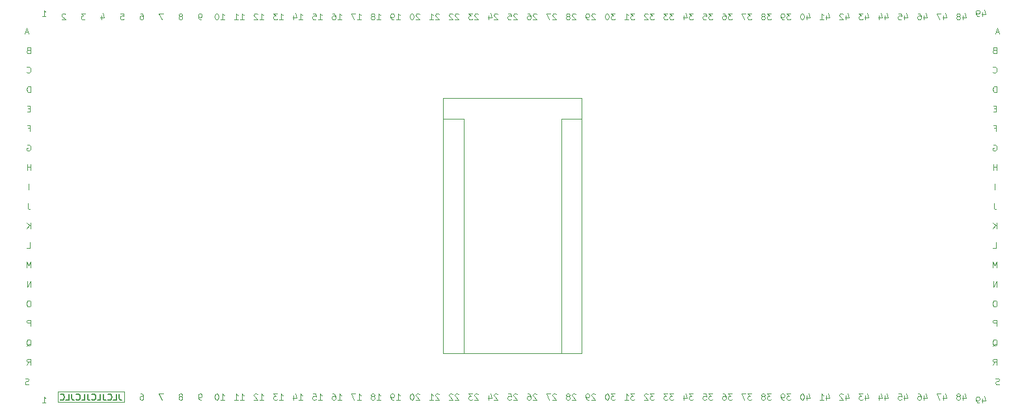
<source format=gbr>
G04 #@! TF.GenerationSoftware,KiCad,Pcbnew,(5.1.5)-3*
G04 #@! TF.CreationDate,2022-12-24T19:01:33+01:00*
G04 #@! TF.ProjectId,SNES controller protoboard,534e4553-2063-46f6-9e74-726f6c6c6572,rev?*
G04 #@! TF.SameCoordinates,Original*
G04 #@! TF.FileFunction,Legend,Bot*
G04 #@! TF.FilePolarity,Positive*
%FSLAX46Y46*%
G04 Gerber Fmt 4.6, Leading zero omitted, Abs format (unit mm)*
G04 Created by KiCad (PCBNEW (5.1.5)-3) date 2022-12-24 19:01:33*
%MOMM*%
%LPD*%
G04 APERTURE LIST*
%ADD10C,0.100000*%
%ADD11C,0.150000*%
%ADD12C,0.120000*%
%ADD13C,1.902000*%
G04 APERTURE END LIST*
D10*
X1778000Y-46990000D02*
X1778000Y-48387000D01*
X10414000Y-48387000D02*
X1778000Y-48387000D01*
X10414000Y-48387000D02*
X10414000Y-46990000D01*
X1778000Y-46990000D02*
X10414000Y-46990000D01*
D11*
X9791238Y-47313904D02*
X9791238Y-47885333D01*
X9829333Y-47999619D01*
X9905523Y-48075809D01*
X10019809Y-48113904D01*
X10096000Y-48113904D01*
X9029333Y-48113904D02*
X9410285Y-48113904D01*
X9410285Y-47313904D01*
X8305523Y-48037714D02*
X8343619Y-48075809D01*
X8457904Y-48113904D01*
X8534095Y-48113904D01*
X8648380Y-48075809D01*
X8724571Y-47999619D01*
X8762666Y-47923428D01*
X8800761Y-47771047D01*
X8800761Y-47656761D01*
X8762666Y-47504380D01*
X8724571Y-47428190D01*
X8648380Y-47352000D01*
X8534095Y-47313904D01*
X8457904Y-47313904D01*
X8343619Y-47352000D01*
X8305523Y-47390095D01*
X7734095Y-47313904D02*
X7734095Y-47885333D01*
X7772190Y-47999619D01*
X7848380Y-48075809D01*
X7962666Y-48113904D01*
X8038857Y-48113904D01*
X6972190Y-48113904D02*
X7353142Y-48113904D01*
X7353142Y-47313904D01*
X6248380Y-48037714D02*
X6286476Y-48075809D01*
X6400761Y-48113904D01*
X6476952Y-48113904D01*
X6591238Y-48075809D01*
X6667428Y-47999619D01*
X6705523Y-47923428D01*
X6743619Y-47771047D01*
X6743619Y-47656761D01*
X6705523Y-47504380D01*
X6667428Y-47428190D01*
X6591238Y-47352000D01*
X6476952Y-47313904D01*
X6400761Y-47313904D01*
X6286476Y-47352000D01*
X6248380Y-47390095D01*
X5676952Y-47313904D02*
X5676952Y-47885333D01*
X5715047Y-47999619D01*
X5791238Y-48075809D01*
X5905523Y-48113904D01*
X5981714Y-48113904D01*
X4915047Y-48113904D02*
X5296000Y-48113904D01*
X5296000Y-47313904D01*
X4191238Y-48037714D02*
X4229333Y-48075809D01*
X4343619Y-48113904D01*
X4419809Y-48113904D01*
X4534095Y-48075809D01*
X4610285Y-47999619D01*
X4648380Y-47923428D01*
X4686476Y-47771047D01*
X4686476Y-47656761D01*
X4648380Y-47504380D01*
X4610285Y-47428190D01*
X4534095Y-47352000D01*
X4419809Y-47313904D01*
X4343619Y-47313904D01*
X4229333Y-47352000D01*
X4191238Y-47390095D01*
X3619809Y-47313904D02*
X3619809Y-47885333D01*
X3657904Y-47999619D01*
X3734095Y-48075809D01*
X3848380Y-48113904D01*
X3924571Y-48113904D01*
X2857904Y-48113904D02*
X3238857Y-48113904D01*
X3238857Y-47313904D01*
X2134095Y-48037714D02*
X2172190Y-48075809D01*
X2286476Y-48113904D01*
X2362666Y-48113904D01*
X2476952Y-48075809D01*
X2553142Y-47999619D01*
X2591238Y-47923428D01*
X2629333Y-47771047D01*
X2629333Y-47656761D01*
X2591238Y-47504380D01*
X2553142Y-47428190D01*
X2476952Y-47352000D01*
X2362666Y-47313904D01*
X2286476Y-47313904D01*
X2172190Y-47352000D01*
X2134095Y-47390095D01*
D10*
X123690157Y-2482857D02*
X123575871Y-2520952D01*
X123537776Y-2559047D01*
X123499680Y-2635238D01*
X123499680Y-2749523D01*
X123537776Y-2825714D01*
X123575871Y-2863809D01*
X123652061Y-2901904D01*
X123956823Y-2901904D01*
X123956823Y-2101904D01*
X123690157Y-2101904D01*
X123613966Y-2140000D01*
X123575871Y-2178095D01*
X123537776Y-2254285D01*
X123537776Y-2330476D01*
X123575871Y-2406666D01*
X123613966Y-2444761D01*
X123690157Y-2482857D01*
X123956823Y-2482857D01*
X123918728Y-10102857D02*
X123652061Y-10102857D01*
X123537776Y-10521904D02*
X123918728Y-10521904D01*
X123918728Y-9721904D01*
X123537776Y-9721904D01*
X124255276Y-133333D02*
X123874323Y-133333D01*
X124331466Y-361904D02*
X124064800Y438095D01*
X123798133Y-361904D01*
X123633014Y-12642857D02*
X123899680Y-12642857D01*
X123899680Y-13061904D02*
X123899680Y-12261904D01*
X123518728Y-12261904D01*
X123633014Y-22421904D02*
X123633014Y-22993333D01*
X123671109Y-23107619D01*
X123747300Y-23183809D01*
X123861585Y-23221904D01*
X123937776Y-23221904D01*
X123747300Y-20681904D02*
X123747300Y-19881904D01*
X124293371Y-46043809D02*
X124179085Y-46081904D01*
X123988609Y-46081904D01*
X123912419Y-46043809D01*
X123874323Y-46005714D01*
X123836228Y-45929523D01*
X123836228Y-45853333D01*
X123874323Y-45777142D01*
X123912419Y-45739047D01*
X123988609Y-45700952D01*
X124140990Y-45662857D01*
X124217180Y-45624761D01*
X124255276Y-45586666D01*
X124293371Y-45510476D01*
X124293371Y-45434285D01*
X124255276Y-45358095D01*
X124217180Y-45320000D01*
X124140990Y-45281904D01*
X123950514Y-45281904D01*
X123836228Y-45320000D01*
X123499680Y-5365714D02*
X123537776Y-5403809D01*
X123652061Y-5441904D01*
X123728252Y-5441904D01*
X123842538Y-5403809D01*
X123918728Y-5327619D01*
X123956823Y-5251428D01*
X123994919Y-5099047D01*
X123994919Y-4984761D01*
X123956823Y-4832380D01*
X123918728Y-4756190D01*
X123842538Y-4680000D01*
X123728252Y-4641904D01*
X123652061Y-4641904D01*
X123537776Y-4680000D01*
X123499680Y-4718095D01*
X123442538Y-41078095D02*
X123518728Y-41040000D01*
X123594919Y-40963809D01*
X123709204Y-40849523D01*
X123785395Y-40811428D01*
X123861585Y-40811428D01*
X123823490Y-41001904D02*
X123899680Y-40963809D01*
X123975871Y-40887619D01*
X124013966Y-40735238D01*
X124013966Y-40468571D01*
X123975871Y-40316190D01*
X123899680Y-40240000D01*
X123823490Y-40201904D01*
X123671109Y-40201904D01*
X123594919Y-40240000D01*
X123518728Y-40316190D01*
X123480633Y-40468571D01*
X123480633Y-40735238D01*
X123518728Y-40887619D01*
X123594919Y-40963809D01*
X123671109Y-41001904D01*
X123823490Y-41001904D01*
X123956823Y-38461904D02*
X123956823Y-37661904D01*
X123652061Y-37661904D01*
X123575871Y-37700000D01*
X123537776Y-37738095D01*
X123499680Y-37814285D01*
X123499680Y-37928571D01*
X123537776Y-38004761D01*
X123575871Y-38042857D01*
X123652061Y-38080952D01*
X123956823Y-38080952D01*
X123956823Y-25761904D02*
X123956823Y-24961904D01*
X123499680Y-25761904D02*
X123842538Y-25304761D01*
X123499680Y-24961904D02*
X123956823Y-25419047D01*
X123499680Y-43541904D02*
X123766347Y-43160952D01*
X123956823Y-43541904D02*
X123956823Y-42741904D01*
X123652061Y-42741904D01*
X123575871Y-42780000D01*
X123537776Y-42818095D01*
X123499680Y-42894285D01*
X123499680Y-43008571D01*
X123537776Y-43084761D01*
X123575871Y-43122857D01*
X123652061Y-43160952D01*
X123956823Y-43160952D01*
X123975871Y-33381904D02*
X123975871Y-32581904D01*
X123518728Y-33381904D01*
X123518728Y-32581904D01*
X123956823Y-7981904D02*
X123956823Y-7181904D01*
X123766347Y-7181904D01*
X123652061Y-7220000D01*
X123575871Y-7296190D01*
X123537776Y-7372380D01*
X123499680Y-7524761D01*
X123499680Y-7639047D01*
X123537776Y-7791428D01*
X123575871Y-7867619D01*
X123652061Y-7943809D01*
X123766347Y-7981904D01*
X123956823Y-7981904D01*
X124013966Y-30841904D02*
X124013966Y-30041904D01*
X123747300Y-30613333D01*
X123480633Y-30041904D01*
X123480633Y-30841904D01*
X123537776Y-14840000D02*
X123613966Y-14801904D01*
X123728252Y-14801904D01*
X123842538Y-14840000D01*
X123918728Y-14916190D01*
X123956823Y-14992380D01*
X123994919Y-15144761D01*
X123994919Y-15259047D01*
X123956823Y-15411428D01*
X123918728Y-15487619D01*
X123842538Y-15563809D01*
X123728252Y-15601904D01*
X123652061Y-15601904D01*
X123537776Y-15563809D01*
X123499680Y-15525714D01*
X123499680Y-15259047D01*
X123652061Y-15259047D01*
X123823490Y-35121904D02*
X123671109Y-35121904D01*
X123594919Y-35160000D01*
X123518728Y-35236190D01*
X123480633Y-35388571D01*
X123480633Y-35655238D01*
X123518728Y-35807619D01*
X123594919Y-35883809D01*
X123671109Y-35921904D01*
X123823490Y-35921904D01*
X123899680Y-35883809D01*
X123975871Y-35807619D01*
X124013966Y-35655238D01*
X124013966Y-35388571D01*
X123975871Y-35236190D01*
X123899680Y-35160000D01*
X123823490Y-35121904D01*
X123499680Y-28301904D02*
X123880633Y-28301904D01*
X123880633Y-27501904D01*
X123975871Y-18141904D02*
X123975871Y-17341904D01*
X123975871Y-17722857D02*
X123518728Y-17722857D01*
X123518728Y-18141904D02*
X123518728Y-17341904D01*
X38252380Y-48094904D02*
X38709523Y-48094904D01*
X38480952Y-48094904D02*
X38480952Y-47294904D01*
X38557142Y-47409190D01*
X38633333Y-47485380D01*
X38709523Y-47523476D01*
X37566666Y-47294904D02*
X37719047Y-47294904D01*
X37795238Y-47333000D01*
X37833333Y-47371095D01*
X37909523Y-47485380D01*
X37947619Y-47637761D01*
X37947619Y-47942523D01*
X37909523Y-48018714D01*
X37871428Y-48056809D01*
X37795238Y-48094904D01*
X37642857Y-48094904D01*
X37566666Y-48056809D01*
X37528571Y-48018714D01*
X37490476Y-47942523D01*
X37490476Y-47752047D01*
X37528571Y-47675857D01*
X37566666Y-47637761D01*
X37642857Y-47599666D01*
X37795238Y-47599666D01*
X37871428Y-47637761D01*
X37909523Y-47675857D01*
X37947619Y-47752047D01*
X76847619Y-47294904D02*
X76352380Y-47294904D01*
X76619047Y-47599666D01*
X76504761Y-47599666D01*
X76428571Y-47637761D01*
X76390476Y-47675857D01*
X76352380Y-47752047D01*
X76352380Y-47942523D01*
X76390476Y-48018714D01*
X76428571Y-48056809D01*
X76504761Y-48094904D01*
X76733333Y-48094904D01*
X76809523Y-48056809D01*
X76847619Y-48018714D01*
X75590476Y-48094904D02*
X76047619Y-48094904D01*
X75819047Y-48094904D02*
X75819047Y-47294904D01*
X75895238Y-47409190D01*
X75971428Y-47485380D01*
X76047619Y-47523476D01*
X66649523Y-47371095D02*
X66611428Y-47333000D01*
X66535238Y-47294904D01*
X66344761Y-47294904D01*
X66268571Y-47333000D01*
X66230476Y-47371095D01*
X66192380Y-47447285D01*
X66192380Y-47523476D01*
X66230476Y-47637761D01*
X66687619Y-48094904D01*
X66192380Y-48094904D01*
X65925714Y-47294904D02*
X65392380Y-47294904D01*
X65735238Y-48094904D01*
X12547619Y-47294904D02*
X12700000Y-47294904D01*
X12776190Y-47333000D01*
X12814285Y-47371095D01*
X12890476Y-47485380D01*
X12928571Y-47637761D01*
X12928571Y-47942523D01*
X12890476Y-48018714D01*
X12852380Y-48056809D01*
X12776190Y-48094904D01*
X12623809Y-48094904D01*
X12547619Y-48056809D01*
X12509523Y-48018714D01*
X12471428Y-47942523D01*
X12471428Y-47752047D01*
X12509523Y-47675857D01*
X12547619Y-47637761D01*
X12623809Y-47599666D01*
X12776190Y-47599666D01*
X12852380Y-47637761D01*
X12890476Y-47675857D01*
X12928571Y-47752047D01*
X43332380Y-48094904D02*
X43789523Y-48094904D01*
X43560952Y-48094904D02*
X43560952Y-47294904D01*
X43637142Y-47409190D01*
X43713333Y-47485380D01*
X43789523Y-47523476D01*
X42875238Y-47637761D02*
X42951428Y-47599666D01*
X42989523Y-47561571D01*
X43027619Y-47485380D01*
X43027619Y-47447285D01*
X42989523Y-47371095D01*
X42951428Y-47333000D01*
X42875238Y-47294904D01*
X42722857Y-47294904D01*
X42646666Y-47333000D01*
X42608571Y-47371095D01*
X42570476Y-47447285D01*
X42570476Y-47485380D01*
X42608571Y-47561571D01*
X42646666Y-47599666D01*
X42722857Y-47637761D01*
X42875238Y-47637761D01*
X42951428Y-47675857D01*
X42989523Y-47713952D01*
X43027619Y-47790142D01*
X43027619Y-47942523D01*
X42989523Y-48018714D01*
X42951428Y-48056809D01*
X42875238Y-48094904D01*
X42722857Y-48094904D01*
X42646666Y-48056809D01*
X42608571Y-48018714D01*
X42570476Y-47942523D01*
X42570476Y-47790142D01*
X42608571Y-47713952D01*
X42646666Y-47675857D01*
X42722857Y-47637761D01*
X45872380Y-48094904D02*
X46329523Y-48094904D01*
X46100952Y-48094904D02*
X46100952Y-47294904D01*
X46177142Y-47409190D01*
X46253333Y-47485380D01*
X46329523Y-47523476D01*
X45491428Y-48094904D02*
X45339047Y-48094904D01*
X45262857Y-48056809D01*
X45224761Y-48018714D01*
X45148571Y-47904428D01*
X45110476Y-47752047D01*
X45110476Y-47447285D01*
X45148571Y-47371095D01*
X45186666Y-47333000D01*
X45262857Y-47294904D01*
X45415238Y-47294904D01*
X45491428Y-47333000D01*
X45529523Y-47371095D01*
X45567619Y-47447285D01*
X45567619Y-47637761D01*
X45529523Y-47713952D01*
X45491428Y-47752047D01*
X45415238Y-47790142D01*
X45262857Y-47790142D01*
X45186666Y-47752047D01*
X45148571Y-47713952D01*
X45110476Y-47637761D01*
X92087619Y-47294904D02*
X91592380Y-47294904D01*
X91859047Y-47599666D01*
X91744761Y-47599666D01*
X91668571Y-47637761D01*
X91630476Y-47675857D01*
X91592380Y-47752047D01*
X91592380Y-47942523D01*
X91630476Y-48018714D01*
X91668571Y-48056809D01*
X91744761Y-48094904D01*
X91973333Y-48094904D01*
X92049523Y-48056809D01*
X92087619Y-48018714D01*
X91325714Y-47294904D02*
X90792380Y-47294904D01*
X91135238Y-48094904D01*
X117068571Y-47561571D02*
X117068571Y-48094904D01*
X117259047Y-47256809D02*
X117449523Y-47828238D01*
X116954285Y-47828238D01*
X116725714Y-47294904D02*
X116192380Y-47294904D01*
X116535238Y-48094904D01*
X23012380Y-48094904D02*
X23469523Y-48094904D01*
X23240952Y-48094904D02*
X23240952Y-47294904D01*
X23317142Y-47409190D01*
X23393333Y-47485380D01*
X23469523Y-47523476D01*
X22517142Y-47294904D02*
X22440952Y-47294904D01*
X22364761Y-47333000D01*
X22326666Y-47371095D01*
X22288571Y-47447285D01*
X22250476Y-47599666D01*
X22250476Y-47790142D01*
X22288571Y-47942523D01*
X22326666Y-48018714D01*
X22364761Y-48056809D01*
X22440952Y-48094904D01*
X22517142Y-48094904D01*
X22593333Y-48056809D01*
X22631428Y-48018714D01*
X22669523Y-47942523D01*
X22707619Y-47790142D01*
X22707619Y-47599666D01*
X22669523Y-47447285D01*
X22631428Y-47371095D01*
X22593333Y-47333000D01*
X22517142Y-47294904D01*
X94627619Y-47294904D02*
X94132380Y-47294904D01*
X94399047Y-47599666D01*
X94284761Y-47599666D01*
X94208571Y-47637761D01*
X94170476Y-47675857D01*
X94132380Y-47752047D01*
X94132380Y-47942523D01*
X94170476Y-48018714D01*
X94208571Y-48056809D01*
X94284761Y-48094904D01*
X94513333Y-48094904D01*
X94589523Y-48056809D01*
X94627619Y-48018714D01*
X93675238Y-47637761D02*
X93751428Y-47599666D01*
X93789523Y-47561571D01*
X93827619Y-47485380D01*
X93827619Y-47447285D01*
X93789523Y-47371095D01*
X93751428Y-47333000D01*
X93675238Y-47294904D01*
X93522857Y-47294904D01*
X93446666Y-47333000D01*
X93408571Y-47371095D01*
X93370476Y-47447285D01*
X93370476Y-47485380D01*
X93408571Y-47561571D01*
X93446666Y-47599666D01*
X93522857Y-47637761D01*
X93675238Y-47637761D01*
X93751428Y-47675857D01*
X93789523Y-47713952D01*
X93827619Y-47790142D01*
X93827619Y-47942523D01*
X93789523Y-48018714D01*
X93751428Y-48056809D01*
X93675238Y-48094904D01*
X93522857Y-48094904D01*
X93446666Y-48056809D01*
X93408571Y-48018714D01*
X93370476Y-47942523D01*
X93370476Y-47790142D01*
X93408571Y-47713952D01*
X93446666Y-47675857D01*
X93522857Y-47637761D01*
X104368571Y-47561571D02*
X104368571Y-48094904D01*
X104559047Y-47256809D02*
X104749523Y-47828238D01*
X104254285Y-47828238D01*
X103987619Y-47371095D02*
X103949523Y-47333000D01*
X103873333Y-47294904D01*
X103682857Y-47294904D01*
X103606666Y-47333000D01*
X103568571Y-47371095D01*
X103530476Y-47447285D01*
X103530476Y-47523476D01*
X103568571Y-47637761D01*
X104025714Y-48094904D01*
X103530476Y-48094904D01*
X25552380Y-48094904D02*
X26009523Y-48094904D01*
X25780952Y-48094904D02*
X25780952Y-47294904D01*
X25857142Y-47409190D01*
X25933333Y-47485380D01*
X26009523Y-47523476D01*
X24790476Y-48094904D02*
X25247619Y-48094904D01*
X25019047Y-48094904D02*
X25019047Y-47294904D01*
X25095238Y-47409190D01*
X25171428Y-47485380D01*
X25247619Y-47523476D01*
X28092380Y-48094904D02*
X28549523Y-48094904D01*
X28320952Y-48094904D02*
X28320952Y-47294904D01*
X28397142Y-47409190D01*
X28473333Y-47485380D01*
X28549523Y-47523476D01*
X27787619Y-47371095D02*
X27749523Y-47333000D01*
X27673333Y-47294904D01*
X27482857Y-47294904D01*
X27406666Y-47333000D01*
X27368571Y-47371095D01*
X27330476Y-47447285D01*
X27330476Y-47523476D01*
X27368571Y-47637761D01*
X27825714Y-48094904D01*
X27330476Y-48094904D01*
X71729523Y-47371095D02*
X71691428Y-47333000D01*
X71615238Y-47294904D01*
X71424761Y-47294904D01*
X71348571Y-47333000D01*
X71310476Y-47371095D01*
X71272380Y-47447285D01*
X71272380Y-47523476D01*
X71310476Y-47637761D01*
X71767619Y-48094904D01*
X71272380Y-48094904D01*
X70891428Y-48094904D02*
X70739047Y-48094904D01*
X70662857Y-48056809D01*
X70624761Y-48018714D01*
X70548571Y-47904428D01*
X70510476Y-47752047D01*
X70510476Y-47447285D01*
X70548571Y-47371095D01*
X70586666Y-47333000D01*
X70662857Y-47294904D01*
X70815238Y-47294904D01*
X70891428Y-47333000D01*
X70929523Y-47371095D01*
X70967619Y-47447285D01*
X70967619Y-47637761D01*
X70929523Y-47713952D01*
X70891428Y-47752047D01*
X70815238Y-47790142D01*
X70662857Y-47790142D01*
X70586666Y-47752047D01*
X70548571Y-47713952D01*
X70510476Y-47637761D01*
X101828571Y-47561571D02*
X101828571Y-48094904D01*
X102019047Y-47256809D02*
X102209523Y-47828238D01*
X101714285Y-47828238D01*
X100990476Y-48094904D02*
X101447619Y-48094904D01*
X101219047Y-48094904D02*
X101219047Y-47294904D01*
X101295238Y-47409190D01*
X101371428Y-47485380D01*
X101447619Y-47523476D01*
X99288571Y-47561571D02*
X99288571Y-48094904D01*
X99479047Y-47256809D02*
X99669523Y-47828238D01*
X99174285Y-47828238D01*
X98717142Y-47294904D02*
X98640952Y-47294904D01*
X98564761Y-47333000D01*
X98526666Y-47371095D01*
X98488571Y-47447285D01*
X98450476Y-47599666D01*
X98450476Y-47790142D01*
X98488571Y-47942523D01*
X98526666Y-48018714D01*
X98564761Y-48056809D01*
X98640952Y-48094904D01*
X98717142Y-48094904D01*
X98793333Y-48056809D01*
X98831428Y-48018714D01*
X98869523Y-47942523D01*
X98907619Y-47790142D01*
X98907619Y-47599666D01*
X98869523Y-47447285D01*
X98831428Y-47371095D01*
X98793333Y-47333000D01*
X98717142Y-47294904D01*
X33172380Y-48094904D02*
X33629523Y-48094904D01*
X33400952Y-48094904D02*
X33400952Y-47294904D01*
X33477142Y-47409190D01*
X33553333Y-47485380D01*
X33629523Y-47523476D01*
X32486666Y-47561571D02*
X32486666Y-48094904D01*
X32677142Y-47256809D02*
X32867619Y-47828238D01*
X32372380Y-47828238D01*
X81927619Y-47294904D02*
X81432380Y-47294904D01*
X81699047Y-47599666D01*
X81584761Y-47599666D01*
X81508571Y-47637761D01*
X81470476Y-47675857D01*
X81432380Y-47752047D01*
X81432380Y-47942523D01*
X81470476Y-48018714D01*
X81508571Y-48056809D01*
X81584761Y-48094904D01*
X81813333Y-48094904D01*
X81889523Y-48056809D01*
X81927619Y-48018714D01*
X81165714Y-47294904D02*
X80670476Y-47294904D01*
X80937142Y-47599666D01*
X80822857Y-47599666D01*
X80746666Y-47637761D01*
X80708571Y-47675857D01*
X80670476Y-47752047D01*
X80670476Y-47942523D01*
X80708571Y-48018714D01*
X80746666Y-48056809D01*
X80822857Y-48094904D01*
X81051428Y-48094904D01*
X81127619Y-48056809D01*
X81165714Y-48018714D01*
X56489523Y-47371095D02*
X56451428Y-47333000D01*
X56375238Y-47294904D01*
X56184761Y-47294904D01*
X56108571Y-47333000D01*
X56070476Y-47371095D01*
X56032380Y-47447285D01*
X56032380Y-47523476D01*
X56070476Y-47637761D01*
X56527619Y-48094904D01*
X56032380Y-48094904D01*
X55765714Y-47294904D02*
X55270476Y-47294904D01*
X55537142Y-47599666D01*
X55422857Y-47599666D01*
X55346666Y-47637761D01*
X55308571Y-47675857D01*
X55270476Y-47752047D01*
X55270476Y-47942523D01*
X55308571Y-48018714D01*
X55346666Y-48056809D01*
X55422857Y-48094904D01*
X55651428Y-48094904D01*
X55727619Y-48056809D01*
X55765714Y-48018714D01*
X122148571Y-47942571D02*
X122148571Y-48475904D01*
X122339047Y-47637809D02*
X122529523Y-48209238D01*
X122034285Y-48209238D01*
X121691428Y-48475904D02*
X121539047Y-48475904D01*
X121462857Y-48437809D01*
X121424761Y-48399714D01*
X121348571Y-48285428D01*
X121310476Y-48133047D01*
X121310476Y-47828285D01*
X121348571Y-47752095D01*
X121386666Y-47714000D01*
X121462857Y-47675904D01*
X121615238Y-47675904D01*
X121691428Y-47714000D01*
X121729523Y-47752095D01*
X121767619Y-47828285D01*
X121767619Y-48018761D01*
X121729523Y-48094952D01*
X121691428Y-48133047D01*
X121615238Y-48171142D01*
X121462857Y-48171142D01*
X121386666Y-48133047D01*
X121348571Y-48094952D01*
X121310476Y-48018761D01*
X-228571Y-48475904D02*
X228571Y-48475904D01*
X0Y-48475904D02*
X0Y-47675904D01*
X76190Y-47790190D01*
X152380Y-47866380D01*
X228571Y-47904476D01*
X17856190Y-47637761D02*
X17932380Y-47599666D01*
X17970476Y-47561571D01*
X18008571Y-47485380D01*
X18008571Y-47447285D01*
X17970476Y-47371095D01*
X17932380Y-47333000D01*
X17856190Y-47294904D01*
X17703809Y-47294904D01*
X17627619Y-47333000D01*
X17589523Y-47371095D01*
X17551428Y-47447285D01*
X17551428Y-47485380D01*
X17589523Y-47561571D01*
X17627619Y-47599666D01*
X17703809Y-47637761D01*
X17856190Y-47637761D01*
X17932380Y-47675857D01*
X17970476Y-47713952D01*
X18008571Y-47790142D01*
X18008571Y-47942523D01*
X17970476Y-48018714D01*
X17932380Y-48056809D01*
X17856190Y-48094904D01*
X17703809Y-48094904D01*
X17627619Y-48056809D01*
X17589523Y-48018714D01*
X17551428Y-47942523D01*
X17551428Y-47790142D01*
X17589523Y-47713952D01*
X17627619Y-47675857D01*
X17703809Y-47637761D01*
X35712380Y-48094904D02*
X36169523Y-48094904D01*
X35940952Y-48094904D02*
X35940952Y-47294904D01*
X36017142Y-47409190D01*
X36093333Y-47485380D01*
X36169523Y-47523476D01*
X34988571Y-47294904D02*
X35369523Y-47294904D01*
X35407619Y-47675857D01*
X35369523Y-47637761D01*
X35293333Y-47599666D01*
X35102857Y-47599666D01*
X35026666Y-47637761D01*
X34988571Y-47675857D01*
X34950476Y-47752047D01*
X34950476Y-47942523D01*
X34988571Y-48018714D01*
X35026666Y-48056809D01*
X35102857Y-48094904D01*
X35293333Y-48094904D01*
X35369523Y-48056809D01*
X35407619Y-48018714D01*
X109448571Y-47561571D02*
X109448571Y-48094904D01*
X109639047Y-47256809D02*
X109829523Y-47828238D01*
X109334285Y-47828238D01*
X108686666Y-47561571D02*
X108686666Y-48094904D01*
X108877142Y-47256809D02*
X109067619Y-47828238D01*
X108572380Y-47828238D01*
X69189523Y-47371095D02*
X69151428Y-47333000D01*
X69075238Y-47294904D01*
X68884761Y-47294904D01*
X68808571Y-47333000D01*
X68770476Y-47371095D01*
X68732380Y-47447285D01*
X68732380Y-47523476D01*
X68770476Y-47637761D01*
X69227619Y-48094904D01*
X68732380Y-48094904D01*
X68275238Y-47637761D02*
X68351428Y-47599666D01*
X68389523Y-47561571D01*
X68427619Y-47485380D01*
X68427619Y-47447285D01*
X68389523Y-47371095D01*
X68351428Y-47333000D01*
X68275238Y-47294904D01*
X68122857Y-47294904D01*
X68046666Y-47333000D01*
X68008571Y-47371095D01*
X67970476Y-47447285D01*
X67970476Y-47485380D01*
X68008571Y-47561571D01*
X68046666Y-47599666D01*
X68122857Y-47637761D01*
X68275238Y-47637761D01*
X68351428Y-47675857D01*
X68389523Y-47713952D01*
X68427619Y-47790142D01*
X68427619Y-47942523D01*
X68389523Y-48018714D01*
X68351428Y-48056809D01*
X68275238Y-48094904D01*
X68122857Y-48094904D01*
X68046666Y-48056809D01*
X68008571Y-48018714D01*
X67970476Y-47942523D01*
X67970476Y-47790142D01*
X68008571Y-47713952D01*
X68046666Y-47675857D01*
X68122857Y-47637761D01*
X61569523Y-47371095D02*
X61531428Y-47333000D01*
X61455238Y-47294904D01*
X61264761Y-47294904D01*
X61188571Y-47333000D01*
X61150476Y-47371095D01*
X61112380Y-47447285D01*
X61112380Y-47523476D01*
X61150476Y-47637761D01*
X61607619Y-48094904D01*
X61112380Y-48094904D01*
X60388571Y-47294904D02*
X60769523Y-47294904D01*
X60807619Y-47675857D01*
X60769523Y-47637761D01*
X60693333Y-47599666D01*
X60502857Y-47599666D01*
X60426666Y-47637761D01*
X60388571Y-47675857D01*
X60350476Y-47752047D01*
X60350476Y-47942523D01*
X60388571Y-48018714D01*
X60426666Y-48056809D01*
X60502857Y-48094904D01*
X60693333Y-48094904D01*
X60769523Y-48056809D01*
X60807619Y-48018714D01*
X74307619Y-47294904D02*
X73812380Y-47294904D01*
X74079047Y-47599666D01*
X73964761Y-47599666D01*
X73888571Y-47637761D01*
X73850476Y-47675857D01*
X73812380Y-47752047D01*
X73812380Y-47942523D01*
X73850476Y-48018714D01*
X73888571Y-48056809D01*
X73964761Y-48094904D01*
X74193333Y-48094904D01*
X74269523Y-48056809D01*
X74307619Y-48018714D01*
X73317142Y-47294904D02*
X73240952Y-47294904D01*
X73164761Y-47333000D01*
X73126666Y-47371095D01*
X73088571Y-47447285D01*
X73050476Y-47599666D01*
X73050476Y-47790142D01*
X73088571Y-47942523D01*
X73126666Y-48018714D01*
X73164761Y-48056809D01*
X73240952Y-48094904D01*
X73317142Y-48094904D01*
X73393333Y-48056809D01*
X73431428Y-48018714D01*
X73469523Y-47942523D01*
X73507619Y-47790142D01*
X73507619Y-47599666D01*
X73469523Y-47447285D01*
X73431428Y-47371095D01*
X73393333Y-47333000D01*
X73317142Y-47294904D01*
X30632380Y-48094904D02*
X31089523Y-48094904D01*
X30860952Y-48094904D02*
X30860952Y-47294904D01*
X30937142Y-47409190D01*
X31013333Y-47485380D01*
X31089523Y-47523476D01*
X30365714Y-47294904D02*
X29870476Y-47294904D01*
X30137142Y-47599666D01*
X30022857Y-47599666D01*
X29946666Y-47637761D01*
X29908571Y-47675857D01*
X29870476Y-47752047D01*
X29870476Y-47942523D01*
X29908571Y-48018714D01*
X29946666Y-48056809D01*
X30022857Y-48094904D01*
X30251428Y-48094904D01*
X30327619Y-48056809D01*
X30365714Y-48018714D01*
X119608571Y-47561571D02*
X119608571Y-48094904D01*
X119799047Y-47256809D02*
X119989523Y-47828238D01*
X119494285Y-47828238D01*
X119075238Y-47637761D02*
X119151428Y-47599666D01*
X119189523Y-47561571D01*
X119227619Y-47485380D01*
X119227619Y-47447285D01*
X119189523Y-47371095D01*
X119151428Y-47333000D01*
X119075238Y-47294904D01*
X118922857Y-47294904D01*
X118846666Y-47333000D01*
X118808571Y-47371095D01*
X118770476Y-47447285D01*
X118770476Y-47485380D01*
X118808571Y-47561571D01*
X118846666Y-47599666D01*
X118922857Y-47637761D01*
X119075238Y-47637761D01*
X119151428Y-47675857D01*
X119189523Y-47713952D01*
X119227619Y-47790142D01*
X119227619Y-47942523D01*
X119189523Y-48018714D01*
X119151428Y-48056809D01*
X119075238Y-48094904D01*
X118922857Y-48094904D01*
X118846666Y-48056809D01*
X118808571Y-48018714D01*
X118770476Y-47942523D01*
X118770476Y-47790142D01*
X118808571Y-47713952D01*
X118846666Y-47675857D01*
X118922857Y-47637761D01*
X15506666Y-47294904D02*
X14973333Y-47294904D01*
X15316190Y-48094904D01*
X111988571Y-47561571D02*
X111988571Y-48094904D01*
X112179047Y-47256809D02*
X112369523Y-47828238D01*
X111874285Y-47828238D01*
X111188571Y-47294904D02*
X111569523Y-47294904D01*
X111607619Y-47675857D01*
X111569523Y-47637761D01*
X111493333Y-47599666D01*
X111302857Y-47599666D01*
X111226666Y-47637761D01*
X111188571Y-47675857D01*
X111150476Y-47752047D01*
X111150476Y-47942523D01*
X111188571Y-48018714D01*
X111226666Y-48056809D01*
X111302857Y-48094904D01*
X111493333Y-48094904D01*
X111569523Y-48056809D01*
X111607619Y-48018714D01*
X20472380Y-48094904D02*
X20320000Y-48094904D01*
X20243809Y-48056809D01*
X20205714Y-48018714D01*
X20129523Y-47904428D01*
X20091428Y-47752047D01*
X20091428Y-47447285D01*
X20129523Y-47371095D01*
X20167619Y-47333000D01*
X20243809Y-47294904D01*
X20396190Y-47294904D01*
X20472380Y-47333000D01*
X20510476Y-47371095D01*
X20548571Y-47447285D01*
X20548571Y-47637761D01*
X20510476Y-47713952D01*
X20472380Y-47752047D01*
X20396190Y-47790142D01*
X20243809Y-47790142D01*
X20167619Y-47752047D01*
X20129523Y-47713952D01*
X20091428Y-47637761D01*
X40792380Y-48094904D02*
X41249523Y-48094904D01*
X41020952Y-48094904D02*
X41020952Y-47294904D01*
X41097142Y-47409190D01*
X41173333Y-47485380D01*
X41249523Y-47523476D01*
X40525714Y-47294904D02*
X39992380Y-47294904D01*
X40335238Y-48094904D01*
X48869523Y-47371095D02*
X48831428Y-47333000D01*
X48755238Y-47294904D01*
X48564761Y-47294904D01*
X48488571Y-47333000D01*
X48450476Y-47371095D01*
X48412380Y-47447285D01*
X48412380Y-47523476D01*
X48450476Y-47637761D01*
X48907619Y-48094904D01*
X48412380Y-48094904D01*
X47917142Y-47294904D02*
X47840952Y-47294904D01*
X47764761Y-47333000D01*
X47726666Y-47371095D01*
X47688571Y-47447285D01*
X47650476Y-47599666D01*
X47650476Y-47790142D01*
X47688571Y-47942523D01*
X47726666Y-48018714D01*
X47764761Y-48056809D01*
X47840952Y-48094904D01*
X47917142Y-48094904D01*
X47993333Y-48056809D01*
X48031428Y-48018714D01*
X48069523Y-47942523D01*
X48107619Y-47790142D01*
X48107619Y-47599666D01*
X48069523Y-47447285D01*
X48031428Y-47371095D01*
X47993333Y-47333000D01*
X47917142Y-47294904D01*
X89547619Y-47294904D02*
X89052380Y-47294904D01*
X89319047Y-47599666D01*
X89204761Y-47599666D01*
X89128571Y-47637761D01*
X89090476Y-47675857D01*
X89052380Y-47752047D01*
X89052380Y-47942523D01*
X89090476Y-48018714D01*
X89128571Y-48056809D01*
X89204761Y-48094904D01*
X89433333Y-48094904D01*
X89509523Y-48056809D01*
X89547619Y-48018714D01*
X88366666Y-47294904D02*
X88519047Y-47294904D01*
X88595238Y-47333000D01*
X88633333Y-47371095D01*
X88709523Y-47485380D01*
X88747619Y-47637761D01*
X88747619Y-47942523D01*
X88709523Y-48018714D01*
X88671428Y-48056809D01*
X88595238Y-48094904D01*
X88442857Y-48094904D01*
X88366666Y-48056809D01*
X88328571Y-48018714D01*
X88290476Y-47942523D01*
X88290476Y-47752047D01*
X88328571Y-47675857D01*
X88366666Y-47637761D01*
X88442857Y-47599666D01*
X88595238Y-47599666D01*
X88671428Y-47637761D01*
X88709523Y-47675857D01*
X88747619Y-47752047D01*
X51409523Y-47371095D02*
X51371428Y-47333000D01*
X51295238Y-47294904D01*
X51104761Y-47294904D01*
X51028571Y-47333000D01*
X50990476Y-47371095D01*
X50952380Y-47447285D01*
X50952380Y-47523476D01*
X50990476Y-47637761D01*
X51447619Y-48094904D01*
X50952380Y-48094904D01*
X50190476Y-48094904D02*
X50647619Y-48094904D01*
X50419047Y-48094904D02*
X50419047Y-47294904D01*
X50495238Y-47409190D01*
X50571428Y-47485380D01*
X50647619Y-47523476D01*
X53949523Y-47371095D02*
X53911428Y-47333000D01*
X53835238Y-47294904D01*
X53644761Y-47294904D01*
X53568571Y-47333000D01*
X53530476Y-47371095D01*
X53492380Y-47447285D01*
X53492380Y-47523476D01*
X53530476Y-47637761D01*
X53987619Y-48094904D01*
X53492380Y-48094904D01*
X53187619Y-47371095D02*
X53149523Y-47333000D01*
X53073333Y-47294904D01*
X52882857Y-47294904D01*
X52806666Y-47333000D01*
X52768571Y-47371095D01*
X52730476Y-47447285D01*
X52730476Y-47523476D01*
X52768571Y-47637761D01*
X53225714Y-48094904D01*
X52730476Y-48094904D01*
X59029523Y-47371095D02*
X58991428Y-47333000D01*
X58915238Y-47294904D01*
X58724761Y-47294904D01*
X58648571Y-47333000D01*
X58610476Y-47371095D01*
X58572380Y-47447285D01*
X58572380Y-47523476D01*
X58610476Y-47637761D01*
X59067619Y-48094904D01*
X58572380Y-48094904D01*
X57886666Y-47561571D02*
X57886666Y-48094904D01*
X58077142Y-47256809D02*
X58267619Y-47828238D01*
X57772380Y-47828238D01*
X64109523Y-47371095D02*
X64071428Y-47333000D01*
X63995238Y-47294904D01*
X63804761Y-47294904D01*
X63728571Y-47333000D01*
X63690476Y-47371095D01*
X63652380Y-47447285D01*
X63652380Y-47523476D01*
X63690476Y-47637761D01*
X64147619Y-48094904D01*
X63652380Y-48094904D01*
X62966666Y-47294904D02*
X63119047Y-47294904D01*
X63195238Y-47333000D01*
X63233333Y-47371095D01*
X63309523Y-47485380D01*
X63347619Y-47637761D01*
X63347619Y-47942523D01*
X63309523Y-48018714D01*
X63271428Y-48056809D01*
X63195238Y-48094904D01*
X63042857Y-48094904D01*
X62966666Y-48056809D01*
X62928571Y-48018714D01*
X62890476Y-47942523D01*
X62890476Y-47752047D01*
X62928571Y-47675857D01*
X62966666Y-47637761D01*
X63042857Y-47599666D01*
X63195238Y-47599666D01*
X63271428Y-47637761D01*
X63309523Y-47675857D01*
X63347619Y-47752047D01*
X79387619Y-47294904D02*
X78892380Y-47294904D01*
X79159047Y-47599666D01*
X79044761Y-47599666D01*
X78968571Y-47637761D01*
X78930476Y-47675857D01*
X78892380Y-47752047D01*
X78892380Y-47942523D01*
X78930476Y-48018714D01*
X78968571Y-48056809D01*
X79044761Y-48094904D01*
X79273333Y-48094904D01*
X79349523Y-48056809D01*
X79387619Y-48018714D01*
X78587619Y-47371095D02*
X78549523Y-47333000D01*
X78473333Y-47294904D01*
X78282857Y-47294904D01*
X78206666Y-47333000D01*
X78168571Y-47371095D01*
X78130476Y-47447285D01*
X78130476Y-47523476D01*
X78168571Y-47637761D01*
X78625714Y-48094904D01*
X78130476Y-48094904D01*
X106908571Y-47561571D02*
X106908571Y-48094904D01*
X107099047Y-47256809D02*
X107289523Y-47828238D01*
X106794285Y-47828238D01*
X106565714Y-47294904D02*
X106070476Y-47294904D01*
X106337142Y-47599666D01*
X106222857Y-47599666D01*
X106146666Y-47637761D01*
X106108571Y-47675857D01*
X106070476Y-47752047D01*
X106070476Y-47942523D01*
X106108571Y-48018714D01*
X106146666Y-48056809D01*
X106222857Y-48094904D01*
X106451428Y-48094904D01*
X106527619Y-48056809D01*
X106565714Y-48018714D01*
X114528571Y-47561571D02*
X114528571Y-48094904D01*
X114719047Y-47256809D02*
X114909523Y-47828238D01*
X114414285Y-47828238D01*
X113766666Y-47294904D02*
X113919047Y-47294904D01*
X113995238Y-47333000D01*
X114033333Y-47371095D01*
X114109523Y-47485380D01*
X114147619Y-47637761D01*
X114147619Y-47942523D01*
X114109523Y-48018714D01*
X114071428Y-48056809D01*
X113995238Y-48094904D01*
X113842857Y-48094904D01*
X113766666Y-48056809D01*
X113728571Y-48018714D01*
X113690476Y-47942523D01*
X113690476Y-47752047D01*
X113728571Y-47675857D01*
X113766666Y-47637761D01*
X113842857Y-47599666D01*
X113995238Y-47599666D01*
X114071428Y-47637761D01*
X114109523Y-47675857D01*
X114147619Y-47752047D01*
X84467619Y-47294904D02*
X83972380Y-47294904D01*
X84239047Y-47599666D01*
X84124761Y-47599666D01*
X84048571Y-47637761D01*
X84010476Y-47675857D01*
X83972380Y-47752047D01*
X83972380Y-47942523D01*
X84010476Y-48018714D01*
X84048571Y-48056809D01*
X84124761Y-48094904D01*
X84353333Y-48094904D01*
X84429523Y-48056809D01*
X84467619Y-48018714D01*
X83286666Y-47561571D02*
X83286666Y-48094904D01*
X83477142Y-47256809D02*
X83667619Y-47828238D01*
X83172380Y-47828238D01*
X87007619Y-47294904D02*
X86512380Y-47294904D01*
X86779047Y-47599666D01*
X86664761Y-47599666D01*
X86588571Y-47637761D01*
X86550476Y-47675857D01*
X86512380Y-47752047D01*
X86512380Y-47942523D01*
X86550476Y-48018714D01*
X86588571Y-48056809D01*
X86664761Y-48094904D01*
X86893333Y-48094904D01*
X86969523Y-48056809D01*
X87007619Y-48018714D01*
X85788571Y-47294904D02*
X86169523Y-47294904D01*
X86207619Y-47675857D01*
X86169523Y-47637761D01*
X86093333Y-47599666D01*
X85902857Y-47599666D01*
X85826666Y-47637761D01*
X85788571Y-47675857D01*
X85750476Y-47752047D01*
X85750476Y-47942523D01*
X85788571Y-48018714D01*
X85826666Y-48056809D01*
X85902857Y-48094904D01*
X86093333Y-48094904D01*
X86169523Y-48056809D01*
X86207619Y-48018714D01*
X97167619Y-47294904D02*
X96672380Y-47294904D01*
X96939047Y-47599666D01*
X96824761Y-47599666D01*
X96748571Y-47637761D01*
X96710476Y-47675857D01*
X96672380Y-47752047D01*
X96672380Y-47942523D01*
X96710476Y-48018714D01*
X96748571Y-48056809D01*
X96824761Y-48094904D01*
X97053333Y-48094904D01*
X97129523Y-48056809D01*
X97167619Y-48018714D01*
X96291428Y-48094904D02*
X96139047Y-48094904D01*
X96062857Y-48056809D01*
X96024761Y-48018714D01*
X95948571Y-47904428D01*
X95910476Y-47752047D01*
X95910476Y-47447285D01*
X95948571Y-47371095D01*
X95986666Y-47333000D01*
X96062857Y-47294904D01*
X96215238Y-47294904D01*
X96291428Y-47333000D01*
X96329523Y-47371095D01*
X96367619Y-47447285D01*
X96367619Y-47637761D01*
X96329523Y-47713952D01*
X96291428Y-47752047D01*
X96215238Y-47790142D01*
X96062857Y-47790142D01*
X95986666Y-47752047D01*
X95948571Y-47713952D01*
X95910476Y-47637761D01*
X-2228819Y-28301904D02*
X-1847866Y-28301904D01*
X-1847866Y-27501904D01*
X-1771676Y-7981904D02*
X-1771676Y-7181904D01*
X-1962152Y-7181904D01*
X-2076438Y-7220000D01*
X-2152628Y-7296190D01*
X-2190723Y-7372380D01*
X-2228819Y-7524761D01*
X-2228819Y-7639047D01*
X-2190723Y-7791428D01*
X-2152628Y-7867619D01*
X-2076438Y-7943809D01*
X-1962152Y-7981904D01*
X-1771676Y-7981904D01*
X-1771676Y-38461904D02*
X-1771676Y-37661904D01*
X-2076438Y-37661904D01*
X-2152628Y-37700000D01*
X-2190723Y-37738095D01*
X-2228819Y-37814285D01*
X-2228819Y-37928571D01*
X-2190723Y-38004761D01*
X-2152628Y-38042857D01*
X-2076438Y-38080952D01*
X-1771676Y-38080952D01*
X-1905009Y-35121904D02*
X-2057390Y-35121904D01*
X-2133580Y-35160000D01*
X-2209771Y-35236190D01*
X-2247866Y-35388571D01*
X-2247866Y-35655238D01*
X-2209771Y-35807619D01*
X-2133580Y-35883809D01*
X-2057390Y-35921904D01*
X-1905009Y-35921904D01*
X-1828819Y-35883809D01*
X-1752628Y-35807619D01*
X-1714533Y-35655238D01*
X-1714533Y-35388571D01*
X-1752628Y-35236190D01*
X-1828819Y-35160000D01*
X-1905009Y-35121904D01*
X-1752628Y-33381904D02*
X-1752628Y-32581904D01*
X-2209771Y-33381904D01*
X-2209771Y-32581904D01*
X-2190723Y-14840000D02*
X-2114533Y-14801904D01*
X-2000247Y-14801904D01*
X-1885961Y-14840000D01*
X-1809771Y-14916190D01*
X-1771676Y-14992380D01*
X-1733580Y-15144761D01*
X-1733580Y-15259047D01*
X-1771676Y-15411428D01*
X-1809771Y-15487619D01*
X-1885961Y-15563809D01*
X-2000247Y-15601904D01*
X-2076438Y-15601904D01*
X-2190723Y-15563809D01*
X-2228819Y-15525714D01*
X-2228819Y-15259047D01*
X-2076438Y-15259047D01*
X-2228819Y-5365714D02*
X-2190723Y-5403809D01*
X-2076438Y-5441904D01*
X-2000247Y-5441904D01*
X-1885961Y-5403809D01*
X-1809771Y-5327619D01*
X-1771676Y-5251428D01*
X-1733580Y-5099047D01*
X-1733580Y-4984761D01*
X-1771676Y-4832380D01*
X-1809771Y-4756190D01*
X-1885961Y-4680000D01*
X-2000247Y-4641904D01*
X-2076438Y-4641904D01*
X-2190723Y-4680000D01*
X-2228819Y-4718095D01*
X-1981199Y-20681904D02*
X-1981199Y-19881904D01*
X-2006628Y-46043809D02*
X-2120914Y-46081904D01*
X-2311390Y-46081904D01*
X-2387580Y-46043809D01*
X-2425676Y-46005714D01*
X-2463771Y-45929523D01*
X-2463771Y-45853333D01*
X-2425676Y-45777142D01*
X-2387580Y-45739047D01*
X-2311390Y-45700952D01*
X-2159009Y-45662857D01*
X-2082819Y-45624761D01*
X-2044723Y-45586666D01*
X-2006628Y-45510476D01*
X-2006628Y-45434285D01*
X-2044723Y-45358095D01*
X-2082819Y-45320000D01*
X-2159009Y-45281904D01*
X-2349485Y-45281904D01*
X-2463771Y-45320000D01*
X-2228819Y-43541904D02*
X-1962152Y-43160952D01*
X-1771676Y-43541904D02*
X-1771676Y-42741904D01*
X-2076438Y-42741904D01*
X-2152628Y-42780000D01*
X-2190723Y-42818095D01*
X-2228819Y-42894285D01*
X-2228819Y-43008571D01*
X-2190723Y-43084761D01*
X-2152628Y-43122857D01*
X-2076438Y-43160952D01*
X-1771676Y-43160952D01*
X-2095485Y-22421904D02*
X-2095485Y-22993333D01*
X-2057390Y-23107619D01*
X-1981200Y-23183809D01*
X-1866914Y-23221904D01*
X-1790723Y-23221904D01*
X-1752628Y-18141904D02*
X-1752628Y-17341904D01*
X-1752628Y-17722857D02*
X-2209771Y-17722857D01*
X-2209771Y-18141904D02*
X-2209771Y-17341904D01*
X-2285961Y-41078095D02*
X-2209771Y-41040000D01*
X-2133580Y-40963809D01*
X-2019295Y-40849523D01*
X-1943104Y-40811428D01*
X-1866914Y-40811428D01*
X-1905009Y-41001904D02*
X-1828819Y-40963809D01*
X-1752628Y-40887619D01*
X-1714533Y-40735238D01*
X-1714533Y-40468571D01*
X-1752628Y-40316190D01*
X-1828819Y-40240000D01*
X-1905009Y-40201904D01*
X-2057390Y-40201904D01*
X-2133580Y-40240000D01*
X-2209771Y-40316190D01*
X-2247866Y-40468571D01*
X-2247866Y-40735238D01*
X-2209771Y-40887619D01*
X-2133580Y-40963809D01*
X-2057390Y-41001904D01*
X-1905009Y-41001904D01*
X-1714533Y-30841904D02*
X-1714533Y-30041904D01*
X-1981200Y-30613333D01*
X-2247866Y-30041904D01*
X-2247866Y-30841904D01*
X-1771676Y-25761904D02*
X-1771676Y-24961904D01*
X-2228819Y-25761904D02*
X-1885961Y-25304761D01*
X-2228819Y-24961904D02*
X-1771676Y-25419047D01*
X-1809771Y-10102857D02*
X-2076438Y-10102857D01*
X-2190723Y-10521904D02*
X-1809771Y-10521904D01*
X-1809771Y-9721904D01*
X-2190723Y-9721904D01*
X-2038342Y-2482857D02*
X-2152628Y-2520952D01*
X-2190723Y-2559047D01*
X-2228819Y-2635238D01*
X-2228819Y-2749523D01*
X-2190723Y-2825714D01*
X-2152628Y-2863809D01*
X-2076438Y-2901904D01*
X-1771676Y-2901904D01*
X-1771676Y-2101904D01*
X-2038342Y-2101904D01*
X-2114533Y-2140000D01*
X-2152628Y-2178095D01*
X-2190723Y-2254285D01*
X-2190723Y-2330476D01*
X-2152628Y-2406666D01*
X-2114533Y-2444761D01*
X-2038342Y-2482857D01*
X-1771676Y-2482857D01*
X-2044723Y-133333D02*
X-2425676Y-133333D01*
X-1968533Y-361904D02*
X-2235200Y438095D01*
X-2501866Y-361904D01*
X-2095485Y-12642857D02*
X-1828819Y-12642857D01*
X-1828819Y-13061904D02*
X-1828819Y-12261904D01*
X-2209771Y-12261904D01*
X122148571Y2457428D02*
X122148571Y1924095D01*
X122339047Y2762190D02*
X122529523Y2190761D01*
X122034285Y2190761D01*
X121691428Y1924095D02*
X121539047Y1924095D01*
X121462857Y1962190D01*
X121424761Y2000285D01*
X121348571Y2114571D01*
X121310476Y2266952D01*
X121310476Y2571714D01*
X121348571Y2647904D01*
X121386666Y2686000D01*
X121462857Y2724095D01*
X121615238Y2724095D01*
X121691428Y2686000D01*
X121729523Y2647904D01*
X121767619Y2571714D01*
X121767619Y2381238D01*
X121729523Y2305047D01*
X121691428Y2266952D01*
X121615238Y2228857D01*
X121462857Y2228857D01*
X121386666Y2266952D01*
X121348571Y2305047D01*
X121310476Y2381238D01*
X119608571Y2012928D02*
X119608571Y1479595D01*
X119799047Y2317690D02*
X119989523Y1746261D01*
X119494285Y1746261D01*
X119075238Y1936738D02*
X119151428Y1974833D01*
X119189523Y2012928D01*
X119227619Y2089119D01*
X119227619Y2127214D01*
X119189523Y2203404D01*
X119151428Y2241500D01*
X119075238Y2279595D01*
X118922857Y2279595D01*
X118846666Y2241500D01*
X118808571Y2203404D01*
X118770476Y2127214D01*
X118770476Y2089119D01*
X118808571Y2012928D01*
X118846666Y1974833D01*
X118922857Y1936738D01*
X119075238Y1936738D01*
X119151428Y1898642D01*
X119189523Y1860547D01*
X119227619Y1784357D01*
X119227619Y1631976D01*
X119189523Y1555785D01*
X119151428Y1517690D01*
X119075238Y1479595D01*
X118922857Y1479595D01*
X118846666Y1517690D01*
X118808571Y1555785D01*
X118770476Y1631976D01*
X118770476Y1784357D01*
X118808571Y1860547D01*
X118846666Y1898642D01*
X118922857Y1936738D01*
X117068571Y2012928D02*
X117068571Y1479595D01*
X117259047Y2317690D02*
X117449523Y1746261D01*
X116954285Y1746261D01*
X116725714Y2279595D02*
X116192380Y2279595D01*
X116535238Y1479595D01*
X114528571Y2012928D02*
X114528571Y1479595D01*
X114719047Y2317690D02*
X114909523Y1746261D01*
X114414285Y1746261D01*
X113766666Y2279595D02*
X113919047Y2279595D01*
X113995238Y2241500D01*
X114033333Y2203404D01*
X114109523Y2089119D01*
X114147619Y1936738D01*
X114147619Y1631976D01*
X114109523Y1555785D01*
X114071428Y1517690D01*
X113995238Y1479595D01*
X113842857Y1479595D01*
X113766666Y1517690D01*
X113728571Y1555785D01*
X113690476Y1631976D01*
X113690476Y1822452D01*
X113728571Y1898642D01*
X113766666Y1936738D01*
X113842857Y1974833D01*
X113995238Y1974833D01*
X114071428Y1936738D01*
X114109523Y1898642D01*
X114147619Y1822452D01*
X111988571Y2012928D02*
X111988571Y1479595D01*
X112179047Y2317690D02*
X112369523Y1746261D01*
X111874285Y1746261D01*
X111188571Y2279595D02*
X111569523Y2279595D01*
X111607619Y1898642D01*
X111569523Y1936738D01*
X111493333Y1974833D01*
X111302857Y1974833D01*
X111226666Y1936738D01*
X111188571Y1898642D01*
X111150476Y1822452D01*
X111150476Y1631976D01*
X111188571Y1555785D01*
X111226666Y1517690D01*
X111302857Y1479595D01*
X111493333Y1479595D01*
X111569523Y1517690D01*
X111607619Y1555785D01*
X109448571Y2012928D02*
X109448571Y1479595D01*
X109639047Y2317690D02*
X109829523Y1746261D01*
X109334285Y1746261D01*
X108686666Y2012928D02*
X108686666Y1479595D01*
X108877142Y2317690D02*
X109067619Y1746261D01*
X108572380Y1746261D01*
X106908571Y2012928D02*
X106908571Y1479595D01*
X107099047Y2317690D02*
X107289523Y1746261D01*
X106794285Y1746261D01*
X106565714Y2279595D02*
X106070476Y2279595D01*
X106337142Y1974833D01*
X106222857Y1974833D01*
X106146666Y1936738D01*
X106108571Y1898642D01*
X106070476Y1822452D01*
X106070476Y1631976D01*
X106108571Y1555785D01*
X106146666Y1517690D01*
X106222857Y1479595D01*
X106451428Y1479595D01*
X106527619Y1517690D01*
X106565714Y1555785D01*
X104368571Y2012928D02*
X104368571Y1479595D01*
X104559047Y2317690D02*
X104749523Y1746261D01*
X104254285Y1746261D01*
X103987619Y2203404D02*
X103949523Y2241500D01*
X103873333Y2279595D01*
X103682857Y2279595D01*
X103606666Y2241500D01*
X103568571Y2203404D01*
X103530476Y2127214D01*
X103530476Y2051023D01*
X103568571Y1936738D01*
X104025714Y1479595D01*
X103530476Y1479595D01*
X101828571Y2012928D02*
X101828571Y1479595D01*
X102019047Y2317690D02*
X102209523Y1746261D01*
X101714285Y1746261D01*
X100990476Y1479595D02*
X101447619Y1479595D01*
X101219047Y1479595D02*
X101219047Y2279595D01*
X101295238Y2165309D01*
X101371428Y2089119D01*
X101447619Y2051023D01*
X99288571Y2012928D02*
X99288571Y1479595D01*
X99479047Y2317690D02*
X99669523Y1746261D01*
X99174285Y1746261D01*
X98717142Y2279595D02*
X98640952Y2279595D01*
X98564761Y2241500D01*
X98526666Y2203404D01*
X98488571Y2127214D01*
X98450476Y1974833D01*
X98450476Y1784357D01*
X98488571Y1631976D01*
X98526666Y1555785D01*
X98564761Y1517690D01*
X98640952Y1479595D01*
X98717142Y1479595D01*
X98793333Y1517690D01*
X98831428Y1555785D01*
X98869523Y1631976D01*
X98907619Y1784357D01*
X98907619Y1974833D01*
X98869523Y2127214D01*
X98831428Y2203404D01*
X98793333Y2241500D01*
X98717142Y2279595D01*
X97167619Y2279595D02*
X96672380Y2279595D01*
X96939047Y1974833D01*
X96824761Y1974833D01*
X96748571Y1936738D01*
X96710476Y1898642D01*
X96672380Y1822452D01*
X96672380Y1631976D01*
X96710476Y1555785D01*
X96748571Y1517690D01*
X96824761Y1479595D01*
X97053333Y1479595D01*
X97129523Y1517690D01*
X97167619Y1555785D01*
X96291428Y1479595D02*
X96139047Y1479595D01*
X96062857Y1517690D01*
X96024761Y1555785D01*
X95948571Y1670071D01*
X95910476Y1822452D01*
X95910476Y2127214D01*
X95948571Y2203404D01*
X95986666Y2241500D01*
X96062857Y2279595D01*
X96215238Y2279595D01*
X96291428Y2241500D01*
X96329523Y2203404D01*
X96367619Y2127214D01*
X96367619Y1936738D01*
X96329523Y1860547D01*
X96291428Y1822452D01*
X96215238Y1784357D01*
X96062857Y1784357D01*
X95986666Y1822452D01*
X95948571Y1860547D01*
X95910476Y1936738D01*
X94627619Y2279595D02*
X94132380Y2279595D01*
X94399047Y1974833D01*
X94284761Y1974833D01*
X94208571Y1936738D01*
X94170476Y1898642D01*
X94132380Y1822452D01*
X94132380Y1631976D01*
X94170476Y1555785D01*
X94208571Y1517690D01*
X94284761Y1479595D01*
X94513333Y1479595D01*
X94589523Y1517690D01*
X94627619Y1555785D01*
X93675238Y1936738D02*
X93751428Y1974833D01*
X93789523Y2012928D01*
X93827619Y2089119D01*
X93827619Y2127214D01*
X93789523Y2203404D01*
X93751428Y2241500D01*
X93675238Y2279595D01*
X93522857Y2279595D01*
X93446666Y2241500D01*
X93408571Y2203404D01*
X93370476Y2127214D01*
X93370476Y2089119D01*
X93408571Y2012928D01*
X93446666Y1974833D01*
X93522857Y1936738D01*
X93675238Y1936738D01*
X93751428Y1898642D01*
X93789523Y1860547D01*
X93827619Y1784357D01*
X93827619Y1631976D01*
X93789523Y1555785D01*
X93751428Y1517690D01*
X93675238Y1479595D01*
X93522857Y1479595D01*
X93446666Y1517690D01*
X93408571Y1555785D01*
X93370476Y1631976D01*
X93370476Y1784357D01*
X93408571Y1860547D01*
X93446666Y1898642D01*
X93522857Y1936738D01*
X92087619Y2279595D02*
X91592380Y2279595D01*
X91859047Y1974833D01*
X91744761Y1974833D01*
X91668571Y1936738D01*
X91630476Y1898642D01*
X91592380Y1822452D01*
X91592380Y1631976D01*
X91630476Y1555785D01*
X91668571Y1517690D01*
X91744761Y1479595D01*
X91973333Y1479595D01*
X92049523Y1517690D01*
X92087619Y1555785D01*
X91325714Y2279595D02*
X90792380Y2279595D01*
X91135238Y1479595D01*
X89547619Y2279595D02*
X89052380Y2279595D01*
X89319047Y1974833D01*
X89204761Y1974833D01*
X89128571Y1936738D01*
X89090476Y1898642D01*
X89052380Y1822452D01*
X89052380Y1631976D01*
X89090476Y1555785D01*
X89128571Y1517690D01*
X89204761Y1479595D01*
X89433333Y1479595D01*
X89509523Y1517690D01*
X89547619Y1555785D01*
X88366666Y2279595D02*
X88519047Y2279595D01*
X88595238Y2241500D01*
X88633333Y2203404D01*
X88709523Y2089119D01*
X88747619Y1936738D01*
X88747619Y1631976D01*
X88709523Y1555785D01*
X88671428Y1517690D01*
X88595238Y1479595D01*
X88442857Y1479595D01*
X88366666Y1517690D01*
X88328571Y1555785D01*
X88290476Y1631976D01*
X88290476Y1822452D01*
X88328571Y1898642D01*
X88366666Y1936738D01*
X88442857Y1974833D01*
X88595238Y1974833D01*
X88671428Y1936738D01*
X88709523Y1898642D01*
X88747619Y1822452D01*
X87007619Y2279595D02*
X86512380Y2279595D01*
X86779047Y1974833D01*
X86664761Y1974833D01*
X86588571Y1936738D01*
X86550476Y1898642D01*
X86512380Y1822452D01*
X86512380Y1631976D01*
X86550476Y1555785D01*
X86588571Y1517690D01*
X86664761Y1479595D01*
X86893333Y1479595D01*
X86969523Y1517690D01*
X87007619Y1555785D01*
X85788571Y2279595D02*
X86169523Y2279595D01*
X86207619Y1898642D01*
X86169523Y1936738D01*
X86093333Y1974833D01*
X85902857Y1974833D01*
X85826666Y1936738D01*
X85788571Y1898642D01*
X85750476Y1822452D01*
X85750476Y1631976D01*
X85788571Y1555785D01*
X85826666Y1517690D01*
X85902857Y1479595D01*
X86093333Y1479595D01*
X86169523Y1517690D01*
X86207619Y1555785D01*
X84467619Y2279595D02*
X83972380Y2279595D01*
X84239047Y1974833D01*
X84124761Y1974833D01*
X84048571Y1936738D01*
X84010476Y1898642D01*
X83972380Y1822452D01*
X83972380Y1631976D01*
X84010476Y1555785D01*
X84048571Y1517690D01*
X84124761Y1479595D01*
X84353333Y1479595D01*
X84429523Y1517690D01*
X84467619Y1555785D01*
X83286666Y2012928D02*
X83286666Y1479595D01*
X83477142Y2317690D02*
X83667619Y1746261D01*
X83172380Y1746261D01*
X81927619Y2279595D02*
X81432380Y2279595D01*
X81699047Y1974833D01*
X81584761Y1974833D01*
X81508571Y1936738D01*
X81470476Y1898642D01*
X81432380Y1822452D01*
X81432380Y1631976D01*
X81470476Y1555785D01*
X81508571Y1517690D01*
X81584761Y1479595D01*
X81813333Y1479595D01*
X81889523Y1517690D01*
X81927619Y1555785D01*
X81165714Y2279595D02*
X80670476Y2279595D01*
X80937142Y1974833D01*
X80822857Y1974833D01*
X80746666Y1936738D01*
X80708571Y1898642D01*
X80670476Y1822452D01*
X80670476Y1631976D01*
X80708571Y1555785D01*
X80746666Y1517690D01*
X80822857Y1479595D01*
X81051428Y1479595D01*
X81127619Y1517690D01*
X81165714Y1555785D01*
X79387619Y2279595D02*
X78892380Y2279595D01*
X79159047Y1974833D01*
X79044761Y1974833D01*
X78968571Y1936738D01*
X78930476Y1898642D01*
X78892380Y1822452D01*
X78892380Y1631976D01*
X78930476Y1555785D01*
X78968571Y1517690D01*
X79044761Y1479595D01*
X79273333Y1479595D01*
X79349523Y1517690D01*
X79387619Y1555785D01*
X78587619Y2203404D02*
X78549523Y2241500D01*
X78473333Y2279595D01*
X78282857Y2279595D01*
X78206666Y2241500D01*
X78168571Y2203404D01*
X78130476Y2127214D01*
X78130476Y2051023D01*
X78168571Y1936738D01*
X78625714Y1479595D01*
X78130476Y1479595D01*
X76847619Y2279595D02*
X76352380Y2279595D01*
X76619047Y1974833D01*
X76504761Y1974833D01*
X76428571Y1936738D01*
X76390476Y1898642D01*
X76352380Y1822452D01*
X76352380Y1631976D01*
X76390476Y1555785D01*
X76428571Y1517690D01*
X76504761Y1479595D01*
X76733333Y1479595D01*
X76809523Y1517690D01*
X76847619Y1555785D01*
X75590476Y1479595D02*
X76047619Y1479595D01*
X75819047Y1479595D02*
X75819047Y2279595D01*
X75895238Y2165309D01*
X75971428Y2089119D01*
X76047619Y2051023D01*
X74307619Y2279595D02*
X73812380Y2279595D01*
X74079047Y1974833D01*
X73964761Y1974833D01*
X73888571Y1936738D01*
X73850476Y1898642D01*
X73812380Y1822452D01*
X73812380Y1631976D01*
X73850476Y1555785D01*
X73888571Y1517690D01*
X73964761Y1479595D01*
X74193333Y1479595D01*
X74269523Y1517690D01*
X74307619Y1555785D01*
X73317142Y2279595D02*
X73240952Y2279595D01*
X73164761Y2241500D01*
X73126666Y2203404D01*
X73088571Y2127214D01*
X73050476Y1974833D01*
X73050476Y1784357D01*
X73088571Y1631976D01*
X73126666Y1555785D01*
X73164761Y1517690D01*
X73240952Y1479595D01*
X73317142Y1479595D01*
X73393333Y1517690D01*
X73431428Y1555785D01*
X73469523Y1631976D01*
X73507619Y1784357D01*
X73507619Y1974833D01*
X73469523Y2127214D01*
X73431428Y2203404D01*
X73393333Y2241500D01*
X73317142Y2279595D01*
X71729523Y2203404D02*
X71691428Y2241500D01*
X71615238Y2279595D01*
X71424761Y2279595D01*
X71348571Y2241500D01*
X71310476Y2203404D01*
X71272380Y2127214D01*
X71272380Y2051023D01*
X71310476Y1936738D01*
X71767619Y1479595D01*
X71272380Y1479595D01*
X70891428Y1479595D02*
X70739047Y1479595D01*
X70662857Y1517690D01*
X70624761Y1555785D01*
X70548571Y1670071D01*
X70510476Y1822452D01*
X70510476Y2127214D01*
X70548571Y2203404D01*
X70586666Y2241500D01*
X70662857Y2279595D01*
X70815238Y2279595D01*
X70891428Y2241500D01*
X70929523Y2203404D01*
X70967619Y2127214D01*
X70967619Y1936738D01*
X70929523Y1860547D01*
X70891428Y1822452D01*
X70815238Y1784357D01*
X70662857Y1784357D01*
X70586666Y1822452D01*
X70548571Y1860547D01*
X70510476Y1936738D01*
X69189523Y2203404D02*
X69151428Y2241500D01*
X69075238Y2279595D01*
X68884761Y2279595D01*
X68808571Y2241500D01*
X68770476Y2203404D01*
X68732380Y2127214D01*
X68732380Y2051023D01*
X68770476Y1936738D01*
X69227619Y1479595D01*
X68732380Y1479595D01*
X68275238Y1936738D02*
X68351428Y1974833D01*
X68389523Y2012928D01*
X68427619Y2089119D01*
X68427619Y2127214D01*
X68389523Y2203404D01*
X68351428Y2241500D01*
X68275238Y2279595D01*
X68122857Y2279595D01*
X68046666Y2241500D01*
X68008571Y2203404D01*
X67970476Y2127214D01*
X67970476Y2089119D01*
X68008571Y2012928D01*
X68046666Y1974833D01*
X68122857Y1936738D01*
X68275238Y1936738D01*
X68351428Y1898642D01*
X68389523Y1860547D01*
X68427619Y1784357D01*
X68427619Y1631976D01*
X68389523Y1555785D01*
X68351428Y1517690D01*
X68275238Y1479595D01*
X68122857Y1479595D01*
X68046666Y1517690D01*
X68008571Y1555785D01*
X67970476Y1631976D01*
X67970476Y1784357D01*
X68008571Y1860547D01*
X68046666Y1898642D01*
X68122857Y1936738D01*
X66649523Y2203404D02*
X66611428Y2241500D01*
X66535238Y2279595D01*
X66344761Y2279595D01*
X66268571Y2241500D01*
X66230476Y2203404D01*
X66192380Y2127214D01*
X66192380Y2051023D01*
X66230476Y1936738D01*
X66687619Y1479595D01*
X66192380Y1479595D01*
X65925714Y2279595D02*
X65392380Y2279595D01*
X65735238Y1479595D01*
X64109523Y2203404D02*
X64071428Y2241500D01*
X63995238Y2279595D01*
X63804761Y2279595D01*
X63728571Y2241500D01*
X63690476Y2203404D01*
X63652380Y2127214D01*
X63652380Y2051023D01*
X63690476Y1936738D01*
X64147619Y1479595D01*
X63652380Y1479595D01*
X62966666Y2279595D02*
X63119047Y2279595D01*
X63195238Y2241500D01*
X63233333Y2203404D01*
X63309523Y2089119D01*
X63347619Y1936738D01*
X63347619Y1631976D01*
X63309523Y1555785D01*
X63271428Y1517690D01*
X63195238Y1479595D01*
X63042857Y1479595D01*
X62966666Y1517690D01*
X62928571Y1555785D01*
X62890476Y1631976D01*
X62890476Y1822452D01*
X62928571Y1898642D01*
X62966666Y1936738D01*
X63042857Y1974833D01*
X63195238Y1974833D01*
X63271428Y1936738D01*
X63309523Y1898642D01*
X63347619Y1822452D01*
X61569523Y2203404D02*
X61531428Y2241500D01*
X61455238Y2279595D01*
X61264761Y2279595D01*
X61188571Y2241500D01*
X61150476Y2203404D01*
X61112380Y2127214D01*
X61112380Y2051023D01*
X61150476Y1936738D01*
X61607619Y1479595D01*
X61112380Y1479595D01*
X60388571Y2279595D02*
X60769523Y2279595D01*
X60807619Y1898642D01*
X60769523Y1936738D01*
X60693333Y1974833D01*
X60502857Y1974833D01*
X60426666Y1936738D01*
X60388571Y1898642D01*
X60350476Y1822452D01*
X60350476Y1631976D01*
X60388571Y1555785D01*
X60426666Y1517690D01*
X60502857Y1479595D01*
X60693333Y1479595D01*
X60769523Y1517690D01*
X60807619Y1555785D01*
X59029523Y2203404D02*
X58991428Y2241500D01*
X58915238Y2279595D01*
X58724761Y2279595D01*
X58648571Y2241500D01*
X58610476Y2203404D01*
X58572380Y2127214D01*
X58572380Y2051023D01*
X58610476Y1936738D01*
X59067619Y1479595D01*
X58572380Y1479595D01*
X57886666Y2012928D02*
X57886666Y1479595D01*
X58077142Y2317690D02*
X58267619Y1746261D01*
X57772380Y1746261D01*
X56489523Y2203404D02*
X56451428Y2241500D01*
X56375238Y2279595D01*
X56184761Y2279595D01*
X56108571Y2241500D01*
X56070476Y2203404D01*
X56032380Y2127214D01*
X56032380Y2051023D01*
X56070476Y1936738D01*
X56527619Y1479595D01*
X56032380Y1479595D01*
X55765714Y2279595D02*
X55270476Y2279595D01*
X55537142Y1974833D01*
X55422857Y1974833D01*
X55346666Y1936738D01*
X55308571Y1898642D01*
X55270476Y1822452D01*
X55270476Y1631976D01*
X55308571Y1555785D01*
X55346666Y1517690D01*
X55422857Y1479595D01*
X55651428Y1479595D01*
X55727619Y1517690D01*
X55765714Y1555785D01*
X53949523Y2203404D02*
X53911428Y2241500D01*
X53835238Y2279595D01*
X53644761Y2279595D01*
X53568571Y2241500D01*
X53530476Y2203404D01*
X53492380Y2127214D01*
X53492380Y2051023D01*
X53530476Y1936738D01*
X53987619Y1479595D01*
X53492380Y1479595D01*
X53187619Y2203404D02*
X53149523Y2241500D01*
X53073333Y2279595D01*
X52882857Y2279595D01*
X52806666Y2241500D01*
X52768571Y2203404D01*
X52730476Y2127214D01*
X52730476Y2051023D01*
X52768571Y1936738D01*
X53225714Y1479595D01*
X52730476Y1479595D01*
X51409523Y2203404D02*
X51371428Y2241500D01*
X51295238Y2279595D01*
X51104761Y2279595D01*
X51028571Y2241500D01*
X50990476Y2203404D01*
X50952380Y2127214D01*
X50952380Y2051023D01*
X50990476Y1936738D01*
X51447619Y1479595D01*
X50952380Y1479595D01*
X50190476Y1479595D02*
X50647619Y1479595D01*
X50419047Y1479595D02*
X50419047Y2279595D01*
X50495238Y2165309D01*
X50571428Y2089119D01*
X50647619Y2051023D01*
X48869523Y2203404D02*
X48831428Y2241500D01*
X48755238Y2279595D01*
X48564761Y2279595D01*
X48488571Y2241500D01*
X48450476Y2203404D01*
X48412380Y2127214D01*
X48412380Y2051023D01*
X48450476Y1936738D01*
X48907619Y1479595D01*
X48412380Y1479595D01*
X47917142Y2279595D02*
X47840952Y2279595D01*
X47764761Y2241500D01*
X47726666Y2203404D01*
X47688571Y2127214D01*
X47650476Y1974833D01*
X47650476Y1784357D01*
X47688571Y1631976D01*
X47726666Y1555785D01*
X47764761Y1517690D01*
X47840952Y1479595D01*
X47917142Y1479595D01*
X47993333Y1517690D01*
X48031428Y1555785D01*
X48069523Y1631976D01*
X48107619Y1784357D01*
X48107619Y1974833D01*
X48069523Y2127214D01*
X48031428Y2203404D01*
X47993333Y2241500D01*
X47917142Y2279595D01*
X45872380Y1479595D02*
X46329523Y1479595D01*
X46100952Y1479595D02*
X46100952Y2279595D01*
X46177142Y2165309D01*
X46253333Y2089119D01*
X46329523Y2051023D01*
X45491428Y1479595D02*
X45339047Y1479595D01*
X45262857Y1517690D01*
X45224761Y1555785D01*
X45148571Y1670071D01*
X45110476Y1822452D01*
X45110476Y2127214D01*
X45148571Y2203404D01*
X45186666Y2241500D01*
X45262857Y2279595D01*
X45415238Y2279595D01*
X45491428Y2241500D01*
X45529523Y2203404D01*
X45567619Y2127214D01*
X45567619Y1936738D01*
X45529523Y1860547D01*
X45491428Y1822452D01*
X45415238Y1784357D01*
X45262857Y1784357D01*
X45186666Y1822452D01*
X45148571Y1860547D01*
X45110476Y1936738D01*
X43332380Y1479595D02*
X43789523Y1479595D01*
X43560952Y1479595D02*
X43560952Y2279595D01*
X43637142Y2165309D01*
X43713333Y2089119D01*
X43789523Y2051023D01*
X42875238Y1936738D02*
X42951428Y1974833D01*
X42989523Y2012928D01*
X43027619Y2089119D01*
X43027619Y2127214D01*
X42989523Y2203404D01*
X42951428Y2241500D01*
X42875238Y2279595D01*
X42722857Y2279595D01*
X42646666Y2241500D01*
X42608571Y2203404D01*
X42570476Y2127214D01*
X42570476Y2089119D01*
X42608571Y2012928D01*
X42646666Y1974833D01*
X42722857Y1936738D01*
X42875238Y1936738D01*
X42951428Y1898642D01*
X42989523Y1860547D01*
X43027619Y1784357D01*
X43027619Y1631976D01*
X42989523Y1555785D01*
X42951428Y1517690D01*
X42875238Y1479595D01*
X42722857Y1479595D01*
X42646666Y1517690D01*
X42608571Y1555785D01*
X42570476Y1631976D01*
X42570476Y1784357D01*
X42608571Y1860547D01*
X42646666Y1898642D01*
X42722857Y1936738D01*
X40792380Y1479595D02*
X41249523Y1479595D01*
X41020952Y1479595D02*
X41020952Y2279595D01*
X41097142Y2165309D01*
X41173333Y2089119D01*
X41249523Y2051023D01*
X40525714Y2279595D02*
X39992380Y2279595D01*
X40335238Y1479595D01*
X38252380Y1479595D02*
X38709523Y1479595D01*
X38480952Y1479595D02*
X38480952Y2279595D01*
X38557142Y2165309D01*
X38633333Y2089119D01*
X38709523Y2051023D01*
X37566666Y2279595D02*
X37719047Y2279595D01*
X37795238Y2241500D01*
X37833333Y2203404D01*
X37909523Y2089119D01*
X37947619Y1936738D01*
X37947619Y1631976D01*
X37909523Y1555785D01*
X37871428Y1517690D01*
X37795238Y1479595D01*
X37642857Y1479595D01*
X37566666Y1517690D01*
X37528571Y1555785D01*
X37490476Y1631976D01*
X37490476Y1822452D01*
X37528571Y1898642D01*
X37566666Y1936738D01*
X37642857Y1974833D01*
X37795238Y1974833D01*
X37871428Y1936738D01*
X37909523Y1898642D01*
X37947619Y1822452D01*
X35712380Y1479595D02*
X36169523Y1479595D01*
X35940952Y1479595D02*
X35940952Y2279595D01*
X36017142Y2165309D01*
X36093333Y2089119D01*
X36169523Y2051023D01*
X34988571Y2279595D02*
X35369523Y2279595D01*
X35407619Y1898642D01*
X35369523Y1936738D01*
X35293333Y1974833D01*
X35102857Y1974833D01*
X35026666Y1936738D01*
X34988571Y1898642D01*
X34950476Y1822452D01*
X34950476Y1631976D01*
X34988571Y1555785D01*
X35026666Y1517690D01*
X35102857Y1479595D01*
X35293333Y1479595D01*
X35369523Y1517690D01*
X35407619Y1555785D01*
X33172380Y1479595D02*
X33629523Y1479595D01*
X33400952Y1479595D02*
X33400952Y2279595D01*
X33477142Y2165309D01*
X33553333Y2089119D01*
X33629523Y2051023D01*
X32486666Y2012928D02*
X32486666Y1479595D01*
X32677142Y2317690D02*
X32867619Y1746261D01*
X32372380Y1746261D01*
X30632380Y1479595D02*
X31089523Y1479595D01*
X30860952Y1479595D02*
X30860952Y2279595D01*
X30937142Y2165309D01*
X31013333Y2089119D01*
X31089523Y2051023D01*
X30365714Y2279595D02*
X29870476Y2279595D01*
X30137142Y1974833D01*
X30022857Y1974833D01*
X29946666Y1936738D01*
X29908571Y1898642D01*
X29870476Y1822452D01*
X29870476Y1631976D01*
X29908571Y1555785D01*
X29946666Y1517690D01*
X30022857Y1479595D01*
X30251428Y1479595D01*
X30327619Y1517690D01*
X30365714Y1555785D01*
X28092380Y1479595D02*
X28549523Y1479595D01*
X28320952Y1479595D02*
X28320952Y2279595D01*
X28397142Y2165309D01*
X28473333Y2089119D01*
X28549523Y2051023D01*
X27787619Y2203404D02*
X27749523Y2241500D01*
X27673333Y2279595D01*
X27482857Y2279595D01*
X27406666Y2241500D01*
X27368571Y2203404D01*
X27330476Y2127214D01*
X27330476Y2051023D01*
X27368571Y1936738D01*
X27825714Y1479595D01*
X27330476Y1479595D01*
X25552380Y1479595D02*
X26009523Y1479595D01*
X25780952Y1479595D02*
X25780952Y2279595D01*
X25857142Y2165309D01*
X25933333Y2089119D01*
X26009523Y2051023D01*
X24790476Y1479595D02*
X25247619Y1479595D01*
X25019047Y1479595D02*
X25019047Y2279595D01*
X25095238Y2165309D01*
X25171428Y2089119D01*
X25247619Y2051023D01*
X23012380Y1479595D02*
X23469523Y1479595D01*
X23240952Y1479595D02*
X23240952Y2279595D01*
X23317142Y2165309D01*
X23393333Y2089119D01*
X23469523Y2051023D01*
X22517142Y2279595D02*
X22440952Y2279595D01*
X22364761Y2241500D01*
X22326666Y2203404D01*
X22288571Y2127214D01*
X22250476Y1974833D01*
X22250476Y1784357D01*
X22288571Y1631976D01*
X22326666Y1555785D01*
X22364761Y1517690D01*
X22440952Y1479595D01*
X22517142Y1479595D01*
X22593333Y1517690D01*
X22631428Y1555785D01*
X22669523Y1631976D01*
X22707619Y1784357D01*
X22707619Y1974833D01*
X22669523Y2127214D01*
X22631428Y2203404D01*
X22593333Y2241500D01*
X22517142Y2279595D01*
X20472380Y1479595D02*
X20320000Y1479595D01*
X20243809Y1517690D01*
X20205714Y1555785D01*
X20129523Y1670071D01*
X20091428Y1822452D01*
X20091428Y2127214D01*
X20129523Y2203404D01*
X20167619Y2241500D01*
X20243809Y2279595D01*
X20396190Y2279595D01*
X20472380Y2241500D01*
X20510476Y2203404D01*
X20548571Y2127214D01*
X20548571Y1936738D01*
X20510476Y1860547D01*
X20472380Y1822452D01*
X20396190Y1784357D01*
X20243809Y1784357D01*
X20167619Y1822452D01*
X20129523Y1860547D01*
X20091428Y1936738D01*
X17856190Y1936738D02*
X17932380Y1974833D01*
X17970476Y2012928D01*
X18008571Y2089119D01*
X18008571Y2127214D01*
X17970476Y2203404D01*
X17932380Y2241500D01*
X17856190Y2279595D01*
X17703809Y2279595D01*
X17627619Y2241500D01*
X17589523Y2203404D01*
X17551428Y2127214D01*
X17551428Y2089119D01*
X17589523Y2012928D01*
X17627619Y1974833D01*
X17703809Y1936738D01*
X17856190Y1936738D01*
X17932380Y1898642D01*
X17970476Y1860547D01*
X18008571Y1784357D01*
X18008571Y1631976D01*
X17970476Y1555785D01*
X17932380Y1517690D01*
X17856190Y1479595D01*
X17703809Y1479595D01*
X17627619Y1517690D01*
X17589523Y1555785D01*
X17551428Y1631976D01*
X17551428Y1784357D01*
X17589523Y1860547D01*
X17627619Y1898642D01*
X17703809Y1936738D01*
X15506666Y2279595D02*
X14973333Y2279595D01*
X15316190Y1479595D01*
X12547619Y2279595D02*
X12700000Y2279595D01*
X12776190Y2241500D01*
X12814285Y2203404D01*
X12890476Y2089119D01*
X12928571Y1936738D01*
X12928571Y1631976D01*
X12890476Y1555785D01*
X12852380Y1517690D01*
X12776190Y1479595D01*
X12623809Y1479595D01*
X12547619Y1517690D01*
X12509523Y1555785D01*
X12471428Y1631976D01*
X12471428Y1822452D01*
X12509523Y1898642D01*
X12547619Y1936738D01*
X12623809Y1974833D01*
X12776190Y1974833D01*
X12852380Y1936738D01*
X12890476Y1898642D01*
X12928571Y1822452D01*
X9969523Y2279595D02*
X10350476Y2279595D01*
X10388571Y1898642D01*
X10350476Y1936738D01*
X10274285Y1974833D01*
X10083809Y1974833D01*
X10007619Y1936738D01*
X9969523Y1898642D01*
X9931428Y1822452D01*
X9931428Y1631976D01*
X9969523Y1555785D01*
X10007619Y1517690D01*
X10083809Y1479595D01*
X10274285Y1479595D01*
X10350476Y1517690D01*
X10388571Y1555785D01*
X7467619Y2012928D02*
X7467619Y1479595D01*
X7658095Y2317690D02*
X7848571Y1746261D01*
X7353333Y1746261D01*
X5346666Y2279595D02*
X4851428Y2279595D01*
X5118095Y1974833D01*
X5003809Y1974833D01*
X4927619Y1936738D01*
X4889523Y1898642D01*
X4851428Y1822452D01*
X4851428Y1631976D01*
X4889523Y1555785D01*
X4927619Y1517690D01*
X5003809Y1479595D01*
X5232380Y1479595D01*
X5308571Y1517690D01*
X5346666Y1555785D01*
X2768571Y2203404D02*
X2730476Y2241500D01*
X2654285Y2279595D01*
X2463809Y2279595D01*
X2387619Y2241500D01*
X2349523Y2203404D01*
X2311428Y2127214D01*
X2311428Y2051023D01*
X2349523Y1936738D01*
X2806666Y1479595D01*
X2311428Y1479595D01*
X-228571Y1924095D02*
X228571Y1924095D01*
X0Y1924095D02*
X0Y2724095D01*
X76190Y2609809D01*
X152380Y2533619D01*
X228571Y2495523D01*
D12*
X67319000Y-41994000D02*
X54619000Y-41994000D01*
X69989000Y-8754000D02*
X69989000Y-41994000D01*
X51949000Y-8754000D02*
X69989000Y-8754000D01*
X54619000Y-11424000D02*
X51949000Y-11424000D01*
X54619000Y-41994000D02*
X54619000Y-11424000D01*
X67319000Y-11424000D02*
X69989000Y-11424000D01*
X67319000Y-41994000D02*
X67319000Y-11424000D01*
X67319000Y-41994000D02*
X69989000Y-41994000D01*
X51949000Y-41994000D02*
X51949000Y-8754000D01*
X54619000Y-41994000D02*
X51949000Y-41994000D01*
%LPC*%
D13*
X10160000Y-25400000D03*
X10160000Y-22860000D03*
X45720000Y-27940000D03*
X93980000Y-30480000D03*
X93980000Y-10160000D03*
X111760000Y-20320000D03*
X76200000Y-20320000D03*
X60960000Y-27940000D03*
X43180000Y-27940000D03*
X20320000Y-27940000D03*
X20320000Y-12700000D03*
X20320000Y-30480000D03*
X22860000Y-30480000D03*
X20320000Y-33020000D03*
X22860000Y-33020000D03*
X116840000Y-45720000D03*
X114300000Y-45720000D03*
X111760000Y-45720000D03*
X109220000Y-45720000D03*
X106680000Y-45720000D03*
X104140000Y-45720000D03*
X101600000Y-45720000D03*
X99060000Y-45720000D03*
X96520000Y-45720000D03*
X93980000Y-45720000D03*
X91440000Y-45720000D03*
X88900000Y-45720000D03*
X86360000Y-45720000D03*
X83820000Y-45720000D03*
X81280000Y-45720000D03*
X78740000Y-45720000D03*
X76200000Y-45720000D03*
X73660000Y-45720000D03*
X71120000Y-45720000D03*
X68580000Y-45720000D03*
X66040000Y-45720000D03*
X63500000Y-45720000D03*
X60960000Y-45720000D03*
X58420000Y-45720000D03*
X55880000Y-45720000D03*
X53340000Y-45720000D03*
X50800000Y-45720000D03*
X48260000Y-45720000D03*
X45720000Y-45720000D03*
X43180000Y-45720000D03*
X40640000Y-45720000D03*
X38100000Y-45720000D03*
X35560000Y-45720000D03*
X33020000Y-45720000D03*
X30480000Y-45720000D03*
X27940000Y-45720000D03*
X25400000Y-45720000D03*
X22860000Y-45720000D03*
X20320000Y-45720000D03*
X17780000Y-45720000D03*
X15240000Y-45720000D03*
X12700000Y-45720000D03*
X10160000Y-45720000D03*
X7620000Y-45720000D03*
X5080000Y-45720000D03*
X119380000Y-43180000D03*
X116840000Y-43180000D03*
X114300000Y-43180000D03*
X111760000Y-43180000D03*
X109220000Y-43180000D03*
X106680000Y-43180000D03*
X104140000Y-43180000D03*
X101600000Y-43180000D03*
X99060000Y-43180000D03*
X96520000Y-43180000D03*
X93980000Y-43180000D03*
X91440000Y-43180000D03*
X88900000Y-43180000D03*
X86360000Y-43180000D03*
X83820000Y-43180000D03*
X81280000Y-43180000D03*
X78740000Y-43180000D03*
X76200000Y-43180000D03*
X73660000Y-43180000D03*
X71120000Y-43180000D03*
X68580000Y-43180000D03*
X66040000Y-43180000D03*
X63500000Y-43180000D03*
X60960000Y-43180000D03*
X58420000Y-43180000D03*
X55880000Y-43180000D03*
X53340000Y-43180000D03*
X50800000Y-43180000D03*
X48260000Y-43180000D03*
X45720000Y-43180000D03*
X43180000Y-43180000D03*
X40640000Y-43180000D03*
X38100000Y-43180000D03*
X35560000Y-43180000D03*
X33020000Y-43180000D03*
X30480000Y-43180000D03*
X27940000Y-43180000D03*
X25400000Y-43180000D03*
X22860000Y-43180000D03*
X20320000Y-43180000D03*
X17780000Y-43180000D03*
X15240000Y-43180000D03*
X12700000Y-43180000D03*
X10160000Y-43180000D03*
X7620000Y-43180000D03*
X5080000Y-43180000D03*
X2540000Y-43180000D03*
X121920000Y-40640000D03*
X119380000Y-40640000D03*
X116840000Y-40640000D03*
X114300000Y-40640000D03*
X111760000Y-40640000D03*
X109220000Y-40640000D03*
X106680000Y-40640000D03*
X104140000Y-40640000D03*
X101600000Y-40640000D03*
X99060000Y-40640000D03*
X96520000Y-40640000D03*
X93980000Y-40640000D03*
X91440000Y-40640000D03*
X88900000Y-40640000D03*
X86360000Y-40640000D03*
X83820000Y-40640000D03*
X81280000Y-40640000D03*
X78740000Y-40640000D03*
X76200000Y-40640000D03*
X73660000Y-40640000D03*
X71120000Y-40640000D03*
X68580000Y-40640000D03*
X66040000Y-40640000D03*
X63500000Y-40640000D03*
X60960000Y-40640000D03*
X58420000Y-40640000D03*
X55880000Y-40640000D03*
X53340000Y-40640000D03*
X50800000Y-40640000D03*
X48260000Y-40640000D03*
X45720000Y-40640000D03*
X43180000Y-40640000D03*
X40640000Y-40640000D03*
X38100000Y-40640000D03*
X35560000Y-40640000D03*
X33020000Y-40640000D03*
X30480000Y-40640000D03*
X27940000Y-40640000D03*
X25400000Y-40640000D03*
X22860000Y-40640000D03*
X20320000Y-40640000D03*
X17780000Y-40640000D03*
X15240000Y-40640000D03*
X12700000Y-40640000D03*
X10160000Y-40640000D03*
X7620000Y-40640000D03*
X5080000Y-40640000D03*
X2540000Y-40640000D03*
X0Y-40640000D03*
X121920000Y-38100000D03*
X119380000Y-38100000D03*
X116840000Y-38100000D03*
X114300000Y-38100000D03*
X111760000Y-38100000D03*
X109220000Y-38100000D03*
X106680000Y-38100000D03*
X104140000Y-38100000D03*
X101600000Y-38100000D03*
X99060000Y-38100000D03*
X96520000Y-38100000D03*
X93980000Y-38100000D03*
X91440000Y-38100000D03*
X88900000Y-38100000D03*
X86360000Y-38100000D03*
X83820000Y-38100000D03*
X81280000Y-38100000D03*
X78740000Y-38100000D03*
X76200000Y-38100000D03*
X73660000Y-38100000D03*
X71120000Y-38100000D03*
X68580000Y-38100000D03*
X66040000Y-38100000D03*
X63500000Y-38100000D03*
X60960000Y-38100000D03*
X58420000Y-38100000D03*
X55880000Y-38100000D03*
X53340000Y-38100000D03*
X50800000Y-38100000D03*
X48260000Y-38100000D03*
X45720000Y-38100000D03*
X43180000Y-38100000D03*
X40640000Y-38100000D03*
X38100000Y-38100000D03*
X35560000Y-38100000D03*
X33020000Y-38100000D03*
X30480000Y-38100000D03*
X27940000Y-38100000D03*
X25400000Y-38100000D03*
X22860000Y-38100000D03*
X20320000Y-38100000D03*
X17780000Y-38100000D03*
X15240000Y-38100000D03*
X12700000Y-38100000D03*
X10160000Y-38100000D03*
X7620000Y-38100000D03*
X5080000Y-38100000D03*
X2540000Y-38100000D03*
X0Y-38100000D03*
X121920000Y-35560000D03*
X119380000Y-35560000D03*
X116840000Y-35560000D03*
X114300000Y-35560000D03*
X111760000Y-35560000D03*
X109220000Y-35560000D03*
X106680000Y-35560000D03*
X104140000Y-35560000D03*
X101600000Y-35560000D03*
X99060000Y-35560000D03*
X96520000Y-35560000D03*
X93980000Y-35560000D03*
X91440000Y-35560000D03*
X88900000Y-35560000D03*
X86360000Y-35560000D03*
X83820000Y-35560000D03*
X81280000Y-35560000D03*
X78740000Y-35560000D03*
X76200000Y-35560000D03*
X73660000Y-35560000D03*
X71120000Y-35560000D03*
X68580000Y-35560000D03*
X66040000Y-35560000D03*
X63500000Y-35560000D03*
X60960000Y-35560000D03*
X58420000Y-35560000D03*
X55880000Y-35560000D03*
X53340000Y-35560000D03*
X50800000Y-35560000D03*
X48260000Y-35560000D03*
X45720000Y-35560000D03*
X43180000Y-35560000D03*
X40640000Y-35560000D03*
X38100000Y-35560000D03*
X35560000Y-35560000D03*
X33020000Y-35560000D03*
X30480000Y-35560000D03*
X27940000Y-35560000D03*
X25400000Y-35560000D03*
X22860000Y-35560000D03*
X20320000Y-35560000D03*
X17780000Y-35560000D03*
X15240000Y-35560000D03*
X12700000Y-35560000D03*
X10160000Y-35560000D03*
X7620000Y-35560000D03*
X5080000Y-35560000D03*
X2540000Y-35560000D03*
X0Y-35560000D03*
X121920000Y-33020000D03*
X119380000Y-33020000D03*
X116840000Y-33020000D03*
X114300000Y-33020000D03*
X111760000Y-33020000D03*
X109220000Y-33020000D03*
X106680000Y-33020000D03*
X104140000Y-33020000D03*
X101600000Y-33020000D03*
X99060000Y-33020000D03*
X96520000Y-33020000D03*
X93980000Y-33020000D03*
X91440000Y-33020000D03*
X88900000Y-33020000D03*
X86360000Y-33020000D03*
X83820000Y-33020000D03*
X81280000Y-33020000D03*
X78740000Y-33020000D03*
X76200000Y-33020000D03*
X73660000Y-33020000D03*
X71120000Y-33020000D03*
X68580000Y-33020000D03*
X66040000Y-33020000D03*
X63500000Y-33020000D03*
X60960000Y-33020000D03*
X58420000Y-33020000D03*
X55880000Y-33020000D03*
X53340000Y-33020000D03*
X50800000Y-33020000D03*
X48260000Y-33020000D03*
X45720000Y-33020000D03*
X43180000Y-33020000D03*
X40640000Y-33020000D03*
X38100000Y-33020000D03*
X35560000Y-33020000D03*
X33020000Y-33020000D03*
X30480000Y-33020000D03*
X27940000Y-33020000D03*
X25400000Y-33020000D03*
X17780000Y-33020000D03*
X15240000Y-33020000D03*
X12700000Y-33020000D03*
X10160000Y-33020000D03*
X7620000Y-33020000D03*
X5080000Y-33020000D03*
X2540000Y-33020000D03*
X0Y-33020000D03*
X121920000Y-30480000D03*
X119380000Y-30480000D03*
X116840000Y-30480000D03*
X114300000Y-30480000D03*
X111760000Y-30480000D03*
X109220000Y-30480000D03*
X106680000Y-30480000D03*
X104140000Y-30480000D03*
X101600000Y-30480000D03*
X99060000Y-30480000D03*
X96520000Y-30480000D03*
X91440000Y-30480000D03*
X88900000Y-30480000D03*
X86360000Y-30480000D03*
X83820000Y-30480000D03*
X81280000Y-30480000D03*
X78740000Y-30480000D03*
X76200000Y-30480000D03*
X73660000Y-30480000D03*
X71120000Y-30480000D03*
X68580000Y-30480000D03*
X66040000Y-30480000D03*
X63500000Y-30480000D03*
X60960000Y-30480000D03*
X58420000Y-30480000D03*
X55880000Y-30480000D03*
X53340000Y-30480000D03*
X50800000Y-30480000D03*
X48260000Y-30480000D03*
X45720000Y-30480000D03*
X43180000Y-30480000D03*
X40640000Y-30480000D03*
X38100000Y-30480000D03*
X35560000Y-30480000D03*
X33020000Y-30480000D03*
X30480000Y-30480000D03*
X27940000Y-30480000D03*
X25400000Y-30480000D03*
X17780000Y-30480000D03*
X15240000Y-30480000D03*
X12700000Y-30480000D03*
X10160000Y-30480000D03*
X7620000Y-30480000D03*
X5080000Y-30480000D03*
X2540000Y-30480000D03*
X0Y-30480000D03*
X121920000Y-27940000D03*
X119380000Y-27940000D03*
X116840000Y-27940000D03*
X114300000Y-27940000D03*
X111760000Y-27940000D03*
X109220000Y-27940000D03*
X106680000Y-27940000D03*
X104140000Y-27940000D03*
X101600000Y-27940000D03*
X99060000Y-27940000D03*
X96520000Y-27940000D03*
X93980000Y-27940000D03*
X91440000Y-27940000D03*
X88900000Y-27940000D03*
X86360000Y-27940000D03*
X83820000Y-27940000D03*
X81280000Y-27940000D03*
X78740000Y-27940000D03*
X76200000Y-27940000D03*
X73660000Y-27940000D03*
X71120000Y-27940000D03*
X68580000Y-27940000D03*
X66040000Y-27940000D03*
X63500000Y-27940000D03*
X58420000Y-27940000D03*
X55880000Y-27940000D03*
X53340000Y-27940000D03*
X50800000Y-27940000D03*
X48260000Y-27940000D03*
X40640000Y-27940000D03*
X38100000Y-27940000D03*
X35560000Y-27940000D03*
X33020000Y-27940000D03*
X30480000Y-27940000D03*
X27940000Y-27940000D03*
X25400000Y-27940000D03*
X22860000Y-27940000D03*
X17780000Y-27940000D03*
X15240000Y-27940000D03*
X12700000Y-27940000D03*
X10160000Y-27940000D03*
X7620000Y-27940000D03*
X5080000Y-27940000D03*
X2540000Y-27940000D03*
X0Y-27940000D03*
X121920000Y-25400000D03*
X119380000Y-25400000D03*
X116840000Y-25400000D03*
X114300000Y-25400000D03*
X111760000Y-25400000D03*
X109220000Y-25400000D03*
X106680000Y-25400000D03*
X104140000Y-25400000D03*
X101600000Y-25400000D03*
X99060000Y-25400000D03*
X96520000Y-25400000D03*
X93980000Y-25400000D03*
X91440000Y-25400000D03*
X88900000Y-25400000D03*
X86360000Y-25400000D03*
X83820000Y-25400000D03*
X81280000Y-25400000D03*
X78740000Y-25400000D03*
X76200000Y-25400000D03*
X73660000Y-25400000D03*
X71120000Y-25400000D03*
X68580000Y-25400000D03*
X66040000Y-25400000D03*
X63500000Y-25400000D03*
X60960000Y-25400000D03*
X58420000Y-25400000D03*
X55880000Y-25400000D03*
X53340000Y-25400000D03*
X50800000Y-25400000D03*
X48260000Y-25400000D03*
X45720000Y-25400000D03*
X43180000Y-25400000D03*
X40640000Y-25400000D03*
X38100000Y-25400000D03*
X35560000Y-25400000D03*
X33020000Y-25400000D03*
X30480000Y-25400000D03*
X27940000Y-25400000D03*
X25400000Y-25400000D03*
X22860000Y-25400000D03*
X20320000Y-25400000D03*
X17780000Y-25400000D03*
X15240000Y-25400000D03*
X12700000Y-25400000D03*
X7620000Y-25400000D03*
X5080000Y-25400000D03*
X2540000Y-25400000D03*
X0Y-25400000D03*
X121920000Y-22860000D03*
X119380000Y-22860000D03*
X116840000Y-22860000D03*
X114300000Y-22860000D03*
X111760000Y-22860000D03*
X109220000Y-22860000D03*
X106680000Y-22860000D03*
X104140000Y-22860000D03*
X101600000Y-22860000D03*
X99060000Y-22860000D03*
X96520000Y-22860000D03*
X93980000Y-22860000D03*
X91440000Y-22860000D03*
X88900000Y-22860000D03*
X86360000Y-22860000D03*
X83820000Y-22860000D03*
X81280000Y-22860000D03*
X78740000Y-22860000D03*
X76200000Y-22860000D03*
X73660000Y-22860000D03*
X71120000Y-22860000D03*
X68580000Y-22860000D03*
X66040000Y-22860000D03*
X63500000Y-22860000D03*
X60960000Y-22860000D03*
X58420000Y-22860000D03*
X55880000Y-22860000D03*
X53340000Y-22860000D03*
X50800000Y-22860000D03*
X48260000Y-22860000D03*
X45720000Y-22860000D03*
X43180000Y-22860000D03*
X40640000Y-22860000D03*
X38100000Y-22860000D03*
X35560000Y-22860000D03*
X33020000Y-22860000D03*
X30480000Y-22860000D03*
X27940000Y-22860000D03*
X25400000Y-22860000D03*
X22860000Y-22860000D03*
X20320000Y-22860000D03*
X17780000Y-22860000D03*
X15240000Y-22860000D03*
X12700000Y-22860000D03*
X7620000Y-22860000D03*
X5080000Y-22860000D03*
X2540000Y-22860000D03*
X0Y-22860000D03*
X121920000Y-20320000D03*
X119380000Y-20320000D03*
X116840000Y-20320000D03*
X114300000Y-20320000D03*
X109220000Y-20320000D03*
X106680000Y-20320000D03*
X104140000Y-20320000D03*
X101600000Y-20320000D03*
X99060000Y-20320000D03*
X96520000Y-20320000D03*
X93980000Y-20320000D03*
X91440000Y-20320000D03*
X88900000Y-20320000D03*
X86360000Y-20320000D03*
X83820000Y-20320000D03*
X81280000Y-20320000D03*
X78740000Y-20320000D03*
X73660000Y-20320000D03*
X71120000Y-20320000D03*
X68580000Y-20320000D03*
X66040000Y-20320000D03*
X63500000Y-20320000D03*
X60960000Y-20320000D03*
X58420000Y-20320000D03*
X55880000Y-20320000D03*
X53340000Y-20320000D03*
X50800000Y-20320000D03*
X48260000Y-20320000D03*
X45720000Y-20320000D03*
X43180000Y-20320000D03*
X40640000Y-20320000D03*
X38100000Y-20320000D03*
X35560000Y-20320000D03*
X33020000Y-20320000D03*
X30480000Y-20320000D03*
X27940000Y-20320000D03*
X25400000Y-20320000D03*
X22860000Y-20320000D03*
X20320000Y-20320000D03*
X17780000Y-20320000D03*
X15240000Y-20320000D03*
X12700000Y-20320000D03*
X10160000Y-20320000D03*
X7620000Y-20320000D03*
X5080000Y-20320000D03*
X2540000Y-20320000D03*
X0Y-20320000D03*
X121920000Y-17780000D03*
X119380000Y-17780000D03*
X116840000Y-17780000D03*
X114300000Y-17780000D03*
X111760000Y-17780000D03*
X109220000Y-17780000D03*
X106680000Y-17780000D03*
X104140000Y-17780000D03*
X101600000Y-17780000D03*
X99060000Y-17780000D03*
X96520000Y-17780000D03*
X93980000Y-17780000D03*
X91440000Y-17780000D03*
X88900000Y-17780000D03*
X86360000Y-17780000D03*
X83820000Y-17780000D03*
X81280000Y-17780000D03*
X78740000Y-17780000D03*
X76200000Y-17780000D03*
X73660000Y-17780000D03*
X71120000Y-17780000D03*
X68580000Y-17780000D03*
X66040000Y-17780000D03*
X63500000Y-17780000D03*
X60960000Y-17780000D03*
X58420000Y-17780000D03*
X55880000Y-17780000D03*
X53340000Y-17780000D03*
X50800000Y-17780000D03*
X48260000Y-17780000D03*
X45720000Y-17780000D03*
X43180000Y-17780000D03*
X40640000Y-17780000D03*
X38100000Y-17780000D03*
X35560000Y-17780000D03*
X33020000Y-17780000D03*
X30480000Y-17780000D03*
X27940000Y-17780000D03*
X25400000Y-17780000D03*
X22860000Y-17780000D03*
X20320000Y-17780000D03*
X17780000Y-17780000D03*
X15240000Y-17780000D03*
X12700000Y-17780000D03*
X10160000Y-17780000D03*
X7620000Y-17780000D03*
X5080000Y-17780000D03*
X2540000Y-17780000D03*
X0Y-17780000D03*
X121920000Y-15240000D03*
X119380000Y-15240000D03*
X116840000Y-15240000D03*
X114300000Y-15240000D03*
X111760000Y-15240000D03*
X109220000Y-15240000D03*
X106680000Y-15240000D03*
X104140000Y-15240000D03*
X101600000Y-15240000D03*
X99060000Y-15240000D03*
X96520000Y-15240000D03*
X93980000Y-15240000D03*
X91440000Y-15240000D03*
X88900000Y-15240000D03*
X86360000Y-15240000D03*
X83820000Y-15240000D03*
X81280000Y-15240000D03*
X78740000Y-15240000D03*
X76200000Y-15240000D03*
X73660000Y-15240000D03*
X71120000Y-15240000D03*
X68580000Y-15240000D03*
X66040000Y-15240000D03*
X63500000Y-15240000D03*
X60960000Y-15240000D03*
X58420000Y-15240000D03*
X55880000Y-15240000D03*
X53340000Y-15240000D03*
X50800000Y-15240000D03*
X48260000Y-15240000D03*
X45720000Y-15240000D03*
X43180000Y-15240000D03*
X40640000Y-15240000D03*
X38100000Y-15240000D03*
X35560000Y-15240000D03*
X33020000Y-15240000D03*
X30480000Y-15240000D03*
X27940000Y-15240000D03*
X25400000Y-15240000D03*
X22860000Y-15240000D03*
X20320000Y-15240000D03*
X17780000Y-15240000D03*
X15240000Y-15240000D03*
X12700000Y-15240000D03*
X10160000Y-15240000D03*
X7620000Y-15240000D03*
X5080000Y-15240000D03*
X2540000Y-15240000D03*
X0Y-15240000D03*
X121920000Y-12700000D03*
X119380000Y-12700000D03*
X116840000Y-12700000D03*
X114300000Y-12700000D03*
X111760000Y-12700000D03*
X109220000Y-12700000D03*
X106680000Y-12700000D03*
X104140000Y-12700000D03*
X101600000Y-12700000D03*
X99060000Y-12700000D03*
X96520000Y-12700000D03*
X93980000Y-12700000D03*
X91440000Y-12700000D03*
X88900000Y-12700000D03*
X86360000Y-12700000D03*
X83820000Y-12700000D03*
X81280000Y-12700000D03*
X78740000Y-12700000D03*
X76200000Y-12700000D03*
X73660000Y-12700000D03*
X71120000Y-12700000D03*
X68580000Y-12700000D03*
X66040000Y-12700000D03*
X63500000Y-12700000D03*
X60960000Y-12700000D03*
X58420000Y-12700000D03*
X55880000Y-12700000D03*
X53340000Y-12700000D03*
X50800000Y-12700000D03*
X48260000Y-12700000D03*
X45720000Y-12700000D03*
X43180000Y-12700000D03*
X40640000Y-12700000D03*
X38100000Y-12700000D03*
X35560000Y-12700000D03*
X33020000Y-12700000D03*
X30480000Y-12700000D03*
X27940000Y-12700000D03*
X25400000Y-12700000D03*
X22860000Y-12700000D03*
X17780000Y-12700000D03*
X15240000Y-12700000D03*
X12700000Y-12700000D03*
X10160000Y-12700000D03*
X7620000Y-12700000D03*
X5080000Y-12700000D03*
X2540000Y-12700000D03*
X0Y-12700000D03*
X121920000Y-10160000D03*
X119380000Y-10160000D03*
X116840000Y-10160000D03*
X114300000Y-10160000D03*
X111760000Y-10160000D03*
X109220000Y-10160000D03*
X106680000Y-10160000D03*
X104140000Y-10160000D03*
X101600000Y-10160000D03*
X99060000Y-10160000D03*
X96520000Y-10160000D03*
X91440000Y-10160000D03*
X88900000Y-10160000D03*
X86360000Y-10160000D03*
X83820000Y-10160000D03*
X81280000Y-10160000D03*
X78740000Y-10160000D03*
X76200000Y-10160000D03*
X73660000Y-10160000D03*
X71120000Y-10160000D03*
X68580000Y-10160000D03*
X66040000Y-10160000D03*
X63500000Y-10160000D03*
X60960000Y-10160000D03*
X58420000Y-10160000D03*
X55880000Y-10160000D03*
X53340000Y-10160000D03*
X50800000Y-10160000D03*
X48260000Y-10160000D03*
X45720000Y-10160000D03*
X43180000Y-10160000D03*
X40640000Y-10160000D03*
X38100000Y-10160000D03*
X35560000Y-10160000D03*
X33020000Y-10160000D03*
X30480000Y-10160000D03*
X27940000Y-10160000D03*
X25400000Y-10160000D03*
X22860000Y-10160000D03*
X20320000Y-10160000D03*
X17780000Y-10160000D03*
X15240000Y-10160000D03*
X12700000Y-10160000D03*
X10160000Y-10160000D03*
X7620000Y-10160000D03*
X5080000Y-10160000D03*
X2540000Y-10160000D03*
X0Y-10160000D03*
X121920000Y-7620000D03*
X119380000Y-7620000D03*
X116840000Y-7620000D03*
X114300000Y-7620000D03*
X111760000Y-7620000D03*
X109220000Y-7620000D03*
X106680000Y-7620000D03*
X104140000Y-7620000D03*
X101600000Y-7620000D03*
X99060000Y-7620000D03*
X96520000Y-7620000D03*
X93980000Y-7620000D03*
X91440000Y-7620000D03*
X88900000Y-7620000D03*
X86360000Y-7620000D03*
X83820000Y-7620000D03*
X81280000Y-7620000D03*
X78740000Y-7620000D03*
X76200000Y-7620000D03*
X73660000Y-7620000D03*
X71120000Y-7620000D03*
X68580000Y-7620000D03*
X66040000Y-7620000D03*
X63500000Y-7620000D03*
X60960000Y-7620000D03*
X58420000Y-7620000D03*
X55880000Y-7620000D03*
X53340000Y-7620000D03*
X50800000Y-7620000D03*
X48260000Y-7620000D03*
X45720000Y-7620000D03*
X43180000Y-7620000D03*
X40640000Y-7620000D03*
X38100000Y-7620000D03*
X35560000Y-7620000D03*
X33020000Y-7620000D03*
X30480000Y-7620000D03*
X27940000Y-7620000D03*
X25400000Y-7620000D03*
X22860000Y-7620000D03*
X20320000Y-7620000D03*
X17780000Y-7620000D03*
X15240000Y-7620000D03*
X12700000Y-7620000D03*
X10160000Y-7620000D03*
X7620000Y-7620000D03*
X5080000Y-7620000D03*
X2540000Y-7620000D03*
X0Y-7620000D03*
X121920000Y-5080000D03*
X119380000Y-5080000D03*
X116840000Y-5080000D03*
X114300000Y-5080000D03*
X111760000Y-5080000D03*
X109220000Y-5080000D03*
X106680000Y-5080000D03*
X104140000Y-5080000D03*
X101600000Y-5080000D03*
X99060000Y-5080000D03*
X96520000Y-5080000D03*
X93980000Y-5080000D03*
X91440000Y-5080000D03*
X88900000Y-5080000D03*
X86360000Y-5080000D03*
X83820000Y-5080000D03*
X81280000Y-5080000D03*
X78740000Y-5080000D03*
X76200000Y-5080000D03*
X73660000Y-5080000D03*
X71120000Y-5080000D03*
X68580000Y-5080000D03*
X66040000Y-5080000D03*
X63500000Y-5080000D03*
X60960000Y-5080000D03*
X58420000Y-5080000D03*
X55880000Y-5080000D03*
X53340000Y-5080000D03*
X50800000Y-5080000D03*
X48260000Y-5080000D03*
X45720000Y-5080000D03*
X43180000Y-5080000D03*
X40640000Y-5080000D03*
X38100000Y-5080000D03*
X35560000Y-5080000D03*
X33020000Y-5080000D03*
X30480000Y-5080000D03*
X27940000Y-5080000D03*
X25400000Y-5080000D03*
X22860000Y-5080000D03*
X20320000Y-5080000D03*
X17780000Y-5080000D03*
X15240000Y-5080000D03*
X12700000Y-5080000D03*
X10160000Y-5080000D03*
X7620000Y-5080000D03*
X5080000Y-5080000D03*
X2540000Y-5080000D03*
X0Y-5080000D03*
X119380000Y-2540000D03*
X116840000Y-2540000D03*
X114300000Y-2540000D03*
X111760000Y-2540000D03*
X109220000Y-2540000D03*
X106680000Y-2540000D03*
X104140000Y-2540000D03*
X101600000Y-2540000D03*
X99060000Y-2540000D03*
X96520000Y-2540000D03*
X93980000Y-2540000D03*
X91440000Y-2540000D03*
X88900000Y-2540000D03*
X86360000Y-2540000D03*
X83820000Y-2540000D03*
X81280000Y-2540000D03*
X78740000Y-2540000D03*
X76200000Y-2540000D03*
X73660000Y-2540000D03*
X71120000Y-2540000D03*
X68580000Y-2540000D03*
X66040000Y-2540000D03*
X63500000Y-2540000D03*
X60960000Y-2540000D03*
X58420000Y-2540000D03*
X55880000Y-2540000D03*
X53340000Y-2540000D03*
X50800000Y-2540000D03*
X48260000Y-2540000D03*
X45720000Y-2540000D03*
X43180000Y-2540000D03*
X40640000Y-2540000D03*
X38100000Y-2540000D03*
X35560000Y-2540000D03*
X33020000Y-2540000D03*
X30480000Y-2540000D03*
X27940000Y-2540000D03*
X25400000Y-2540000D03*
X22860000Y-2540000D03*
X20320000Y-2540000D03*
X17780000Y-2540000D03*
X15240000Y-2540000D03*
X12700000Y-2540000D03*
X10160000Y-2540000D03*
X7620000Y-2540000D03*
X5080000Y-2540000D03*
X2540000Y-2540000D03*
X116840000Y0D03*
X114300000Y0D03*
X111760000Y0D03*
X109220000Y0D03*
X106680000Y0D03*
X104140000Y0D03*
X101600000Y0D03*
X99060000Y0D03*
X96520000Y0D03*
X93980000Y0D03*
X91440000Y0D03*
X88900000Y0D03*
X86360000Y0D03*
X83820000Y0D03*
X81280000Y0D03*
X78740000Y0D03*
X76200000Y0D03*
X73660000Y0D03*
X71120000Y0D03*
X68580000Y0D03*
X66040000Y0D03*
X63500000Y0D03*
X60960000Y0D03*
X58420000Y0D03*
X55880000Y0D03*
X53340000Y0D03*
X50800000Y0D03*
X48260000Y0D03*
X45720000Y0D03*
X43180000Y0D03*
X40640000Y0D03*
X38100000Y0D03*
X35560000Y0D03*
X33020000Y0D03*
X30480000Y0D03*
X27940000Y0D03*
X25400000Y0D03*
X22860000Y0D03*
X20320000Y0D03*
X17780000Y0D03*
X15240000Y0D03*
X12700000Y0D03*
X10160000Y0D03*
X7620000Y0D03*
X5080000Y0D03*
M02*

</source>
